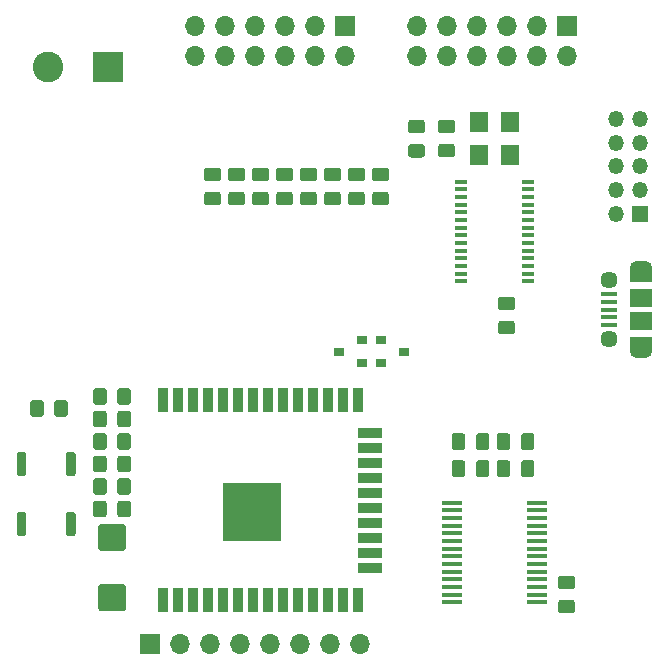
<source format=gbr>
G04 #@! TF.GenerationSoftware,KiCad,Pcbnew,5.1.5+dfsg1-2build2*
G04 #@! TF.CreationDate,2020-08-16T16:05:30+10:00*
G04 #@! TF.ProjectId,sid-board-v3,7369642d-626f-4617-9264-2d76332e6b69,rev?*
G04 #@! TF.SameCoordinates,Original*
G04 #@! TF.FileFunction,Soldermask,Top*
G04 #@! TF.FilePolarity,Negative*
%FSLAX46Y46*%
G04 Gerber Fmt 4.6, Leading zero omitted, Abs format (unit mm)*
G04 Created by KiCad (PCBNEW 5.1.5+dfsg1-2build2) date 2020-08-16 16:05:30*
%MOMM*%
%LPD*%
G04 APERTURE LIST*
%ADD10O,1.350000X1.350000*%
%ADD11R,1.350000X1.350000*%
%ADD12O,1.700000X1.700000*%
%ADD13R,1.700000X1.700000*%
%ADD14C,0.100000*%
%ADD15R,1.900000X1.200000*%
%ADD16O,1.900000X1.200000*%
%ADD17R,1.900000X1.500000*%
%ADD18C,1.450000*%
%ADD19R,1.350000X0.400000*%
%ADD20C,2.600000*%
%ADD21R,2.600000X2.600000*%
%ADD22R,0.900000X0.800000*%
%ADD23R,0.900000X2.000000*%
%ADD24R,2.000000X0.900000*%
%ADD25R,5.000000X5.000000*%
%ADD26R,1.100000X0.400000*%
%ADD27R,1.750000X0.450000*%
%ADD28R,1.540000X1.800000*%
G04 APERTURE END LIST*
D10*
X169323000Y-77090000D03*
X171323000Y-77090000D03*
X169323000Y-79090000D03*
X171323000Y-79090000D03*
X169323000Y-81090000D03*
X171323000Y-81090000D03*
X169323000Y-83090000D03*
X171323000Y-83090000D03*
X169323000Y-85090000D03*
D11*
X171323000Y-85090000D03*
D12*
X152400000Y-71755000D03*
X152400000Y-69215000D03*
X154940000Y-71755000D03*
X154940000Y-69215000D03*
X157480000Y-71755000D03*
X157480000Y-69215000D03*
X160020000Y-71755000D03*
X160020000Y-69215000D03*
X162560000Y-71755000D03*
X162560000Y-69215000D03*
X165100000Y-71755000D03*
D13*
X165100000Y-69215000D03*
D14*
G36*
X125943505Y-103695204D02*
G01*
X125967773Y-103698804D01*
X125991572Y-103704765D01*
X126014671Y-103713030D01*
X126036850Y-103723520D01*
X126057893Y-103736132D01*
X126077599Y-103750747D01*
X126095777Y-103767223D01*
X126112253Y-103785401D01*
X126126868Y-103805107D01*
X126139480Y-103826150D01*
X126149970Y-103848329D01*
X126158235Y-103871428D01*
X126164196Y-103895227D01*
X126167796Y-103919495D01*
X126169000Y-103943999D01*
X126169000Y-104844001D01*
X126167796Y-104868505D01*
X126164196Y-104892773D01*
X126158235Y-104916572D01*
X126149970Y-104939671D01*
X126139480Y-104961850D01*
X126126868Y-104982893D01*
X126112253Y-105002599D01*
X126095777Y-105020777D01*
X126077599Y-105037253D01*
X126057893Y-105051868D01*
X126036850Y-105064480D01*
X126014671Y-105074970D01*
X125991572Y-105083235D01*
X125967773Y-105089196D01*
X125943505Y-105092796D01*
X125919001Y-105094000D01*
X125268999Y-105094000D01*
X125244495Y-105092796D01*
X125220227Y-105089196D01*
X125196428Y-105083235D01*
X125173329Y-105074970D01*
X125151150Y-105064480D01*
X125130107Y-105051868D01*
X125110401Y-105037253D01*
X125092223Y-105020777D01*
X125075747Y-105002599D01*
X125061132Y-104982893D01*
X125048520Y-104961850D01*
X125038030Y-104939671D01*
X125029765Y-104916572D01*
X125023804Y-104892773D01*
X125020204Y-104868505D01*
X125019000Y-104844001D01*
X125019000Y-103943999D01*
X125020204Y-103919495D01*
X125023804Y-103895227D01*
X125029765Y-103871428D01*
X125038030Y-103848329D01*
X125048520Y-103826150D01*
X125061132Y-103805107D01*
X125075747Y-103785401D01*
X125092223Y-103767223D01*
X125110401Y-103750747D01*
X125130107Y-103736132D01*
X125151150Y-103723520D01*
X125173329Y-103713030D01*
X125196428Y-103704765D01*
X125220227Y-103698804D01*
X125244495Y-103695204D01*
X125268999Y-103694000D01*
X125919001Y-103694000D01*
X125943505Y-103695204D01*
G37*
G36*
X127993505Y-103695204D02*
G01*
X128017773Y-103698804D01*
X128041572Y-103704765D01*
X128064671Y-103713030D01*
X128086850Y-103723520D01*
X128107893Y-103736132D01*
X128127599Y-103750747D01*
X128145777Y-103767223D01*
X128162253Y-103785401D01*
X128176868Y-103805107D01*
X128189480Y-103826150D01*
X128199970Y-103848329D01*
X128208235Y-103871428D01*
X128214196Y-103895227D01*
X128217796Y-103919495D01*
X128219000Y-103943999D01*
X128219000Y-104844001D01*
X128217796Y-104868505D01*
X128214196Y-104892773D01*
X128208235Y-104916572D01*
X128199970Y-104939671D01*
X128189480Y-104961850D01*
X128176868Y-104982893D01*
X128162253Y-105002599D01*
X128145777Y-105020777D01*
X128127599Y-105037253D01*
X128107893Y-105051868D01*
X128086850Y-105064480D01*
X128064671Y-105074970D01*
X128041572Y-105083235D01*
X128017773Y-105089196D01*
X127993505Y-105092796D01*
X127969001Y-105094000D01*
X127318999Y-105094000D01*
X127294495Y-105092796D01*
X127270227Y-105089196D01*
X127246428Y-105083235D01*
X127223329Y-105074970D01*
X127201150Y-105064480D01*
X127180107Y-105051868D01*
X127160401Y-105037253D01*
X127142223Y-105020777D01*
X127125747Y-105002599D01*
X127111132Y-104982893D01*
X127098520Y-104961850D01*
X127088030Y-104939671D01*
X127079765Y-104916572D01*
X127073804Y-104892773D01*
X127070204Y-104868505D01*
X127069000Y-104844001D01*
X127069000Y-103943999D01*
X127070204Y-103919495D01*
X127073804Y-103895227D01*
X127079765Y-103871428D01*
X127088030Y-103848329D01*
X127098520Y-103826150D01*
X127111132Y-103805107D01*
X127125747Y-103785401D01*
X127142223Y-103767223D01*
X127160401Y-103750747D01*
X127180107Y-103736132D01*
X127201150Y-103723520D01*
X127223329Y-103713030D01*
X127246428Y-103704765D01*
X127270227Y-103698804D01*
X127294495Y-103695204D01*
X127318999Y-103694000D01*
X127969001Y-103694000D01*
X127993505Y-103695204D01*
G37*
D12*
X133604000Y-71755000D03*
X133604000Y-69215000D03*
X136144000Y-71755000D03*
X136144000Y-69215000D03*
X138684000Y-71755000D03*
X138684000Y-69215000D03*
X141224000Y-71755000D03*
X141224000Y-69215000D03*
X143764000Y-71755000D03*
X143764000Y-69215000D03*
X146304000Y-71755000D03*
D13*
X146304000Y-69215000D03*
D14*
G36*
X155414505Y-79191204D02*
G01*
X155438773Y-79194804D01*
X155462572Y-79200765D01*
X155485671Y-79209030D01*
X155507850Y-79219520D01*
X155528893Y-79232132D01*
X155548599Y-79246747D01*
X155566777Y-79263223D01*
X155583253Y-79281401D01*
X155597868Y-79301107D01*
X155610480Y-79322150D01*
X155620970Y-79344329D01*
X155629235Y-79367428D01*
X155635196Y-79391227D01*
X155638796Y-79415495D01*
X155640000Y-79439999D01*
X155640000Y-80090001D01*
X155638796Y-80114505D01*
X155635196Y-80138773D01*
X155629235Y-80162572D01*
X155620970Y-80185671D01*
X155610480Y-80207850D01*
X155597868Y-80228893D01*
X155583253Y-80248599D01*
X155566777Y-80266777D01*
X155548599Y-80283253D01*
X155528893Y-80297868D01*
X155507850Y-80310480D01*
X155485671Y-80320970D01*
X155462572Y-80329235D01*
X155438773Y-80335196D01*
X155414505Y-80338796D01*
X155390001Y-80340000D01*
X154489999Y-80340000D01*
X154465495Y-80338796D01*
X154441227Y-80335196D01*
X154417428Y-80329235D01*
X154394329Y-80320970D01*
X154372150Y-80310480D01*
X154351107Y-80297868D01*
X154331401Y-80283253D01*
X154313223Y-80266777D01*
X154296747Y-80248599D01*
X154282132Y-80228893D01*
X154269520Y-80207850D01*
X154259030Y-80185671D01*
X154250765Y-80162572D01*
X154244804Y-80138773D01*
X154241204Y-80114505D01*
X154240000Y-80090001D01*
X154240000Y-79439999D01*
X154241204Y-79415495D01*
X154244804Y-79391227D01*
X154250765Y-79367428D01*
X154259030Y-79344329D01*
X154269520Y-79322150D01*
X154282132Y-79301107D01*
X154296747Y-79281401D01*
X154313223Y-79263223D01*
X154331401Y-79246747D01*
X154351107Y-79232132D01*
X154372150Y-79219520D01*
X154394329Y-79209030D01*
X154417428Y-79200765D01*
X154441227Y-79194804D01*
X154465495Y-79191204D01*
X154489999Y-79190000D01*
X155390001Y-79190000D01*
X155414505Y-79191204D01*
G37*
G36*
X155414505Y-77141204D02*
G01*
X155438773Y-77144804D01*
X155462572Y-77150765D01*
X155485671Y-77159030D01*
X155507850Y-77169520D01*
X155528893Y-77182132D01*
X155548599Y-77196747D01*
X155566777Y-77213223D01*
X155583253Y-77231401D01*
X155597868Y-77251107D01*
X155610480Y-77272150D01*
X155620970Y-77294329D01*
X155629235Y-77317428D01*
X155635196Y-77341227D01*
X155638796Y-77365495D01*
X155640000Y-77389999D01*
X155640000Y-78040001D01*
X155638796Y-78064505D01*
X155635196Y-78088773D01*
X155629235Y-78112572D01*
X155620970Y-78135671D01*
X155610480Y-78157850D01*
X155597868Y-78178893D01*
X155583253Y-78198599D01*
X155566777Y-78216777D01*
X155548599Y-78233253D01*
X155528893Y-78247868D01*
X155507850Y-78260480D01*
X155485671Y-78270970D01*
X155462572Y-78279235D01*
X155438773Y-78285196D01*
X155414505Y-78288796D01*
X155390001Y-78290000D01*
X154489999Y-78290000D01*
X154465495Y-78288796D01*
X154441227Y-78285196D01*
X154417428Y-78279235D01*
X154394329Y-78270970D01*
X154372150Y-78260480D01*
X154351107Y-78247868D01*
X154331401Y-78233253D01*
X154313223Y-78216777D01*
X154296747Y-78198599D01*
X154282132Y-78178893D01*
X154269520Y-78157850D01*
X154259030Y-78135671D01*
X154250765Y-78112572D01*
X154244804Y-78088773D01*
X154241204Y-78064505D01*
X154240000Y-78040001D01*
X154240000Y-77389999D01*
X154241204Y-77365495D01*
X154244804Y-77341227D01*
X154250765Y-77317428D01*
X154259030Y-77294329D01*
X154269520Y-77272150D01*
X154282132Y-77251107D01*
X154296747Y-77231401D01*
X154313223Y-77213223D01*
X154331401Y-77196747D01*
X154351107Y-77182132D01*
X154372150Y-77169520D01*
X154394329Y-77159030D01*
X154417428Y-77150765D01*
X154441227Y-77144804D01*
X154465495Y-77141204D01*
X154489999Y-77140000D01*
X155390001Y-77140000D01*
X155414505Y-77141204D01*
G37*
G36*
X127993505Y-99885204D02*
G01*
X128017773Y-99888804D01*
X128041572Y-99894765D01*
X128064671Y-99903030D01*
X128086850Y-99913520D01*
X128107893Y-99926132D01*
X128127599Y-99940747D01*
X128145777Y-99957223D01*
X128162253Y-99975401D01*
X128176868Y-99995107D01*
X128189480Y-100016150D01*
X128199970Y-100038329D01*
X128208235Y-100061428D01*
X128214196Y-100085227D01*
X128217796Y-100109495D01*
X128219000Y-100133999D01*
X128219000Y-101034001D01*
X128217796Y-101058505D01*
X128214196Y-101082773D01*
X128208235Y-101106572D01*
X128199970Y-101129671D01*
X128189480Y-101151850D01*
X128176868Y-101172893D01*
X128162253Y-101192599D01*
X128145777Y-101210777D01*
X128127599Y-101227253D01*
X128107893Y-101241868D01*
X128086850Y-101254480D01*
X128064671Y-101264970D01*
X128041572Y-101273235D01*
X128017773Y-101279196D01*
X127993505Y-101282796D01*
X127969001Y-101284000D01*
X127318999Y-101284000D01*
X127294495Y-101282796D01*
X127270227Y-101279196D01*
X127246428Y-101273235D01*
X127223329Y-101264970D01*
X127201150Y-101254480D01*
X127180107Y-101241868D01*
X127160401Y-101227253D01*
X127142223Y-101210777D01*
X127125747Y-101192599D01*
X127111132Y-101172893D01*
X127098520Y-101151850D01*
X127088030Y-101129671D01*
X127079765Y-101106572D01*
X127073804Y-101082773D01*
X127070204Y-101058505D01*
X127069000Y-101034001D01*
X127069000Y-100133999D01*
X127070204Y-100109495D01*
X127073804Y-100085227D01*
X127079765Y-100061428D01*
X127088030Y-100038329D01*
X127098520Y-100016150D01*
X127111132Y-99995107D01*
X127125747Y-99975401D01*
X127142223Y-99957223D01*
X127160401Y-99940747D01*
X127180107Y-99926132D01*
X127201150Y-99913520D01*
X127223329Y-99903030D01*
X127246428Y-99894765D01*
X127270227Y-99888804D01*
X127294495Y-99885204D01*
X127318999Y-99884000D01*
X127969001Y-99884000D01*
X127993505Y-99885204D01*
G37*
G36*
X125943505Y-99885204D02*
G01*
X125967773Y-99888804D01*
X125991572Y-99894765D01*
X126014671Y-99903030D01*
X126036850Y-99913520D01*
X126057893Y-99926132D01*
X126077599Y-99940747D01*
X126095777Y-99957223D01*
X126112253Y-99975401D01*
X126126868Y-99995107D01*
X126139480Y-100016150D01*
X126149970Y-100038329D01*
X126158235Y-100061428D01*
X126164196Y-100085227D01*
X126167796Y-100109495D01*
X126169000Y-100133999D01*
X126169000Y-101034001D01*
X126167796Y-101058505D01*
X126164196Y-101082773D01*
X126158235Y-101106572D01*
X126149970Y-101129671D01*
X126139480Y-101151850D01*
X126126868Y-101172893D01*
X126112253Y-101192599D01*
X126095777Y-101210777D01*
X126077599Y-101227253D01*
X126057893Y-101241868D01*
X126036850Y-101254480D01*
X126014671Y-101264970D01*
X125991572Y-101273235D01*
X125967773Y-101279196D01*
X125943505Y-101282796D01*
X125919001Y-101284000D01*
X125268999Y-101284000D01*
X125244495Y-101282796D01*
X125220227Y-101279196D01*
X125196428Y-101273235D01*
X125173329Y-101264970D01*
X125151150Y-101254480D01*
X125130107Y-101241868D01*
X125110401Y-101227253D01*
X125092223Y-101210777D01*
X125075747Y-101192599D01*
X125061132Y-101172893D01*
X125048520Y-101151850D01*
X125038030Y-101129671D01*
X125029765Y-101106572D01*
X125023804Y-101082773D01*
X125020204Y-101058505D01*
X125019000Y-101034001D01*
X125019000Y-100133999D01*
X125020204Y-100109495D01*
X125023804Y-100085227D01*
X125029765Y-100061428D01*
X125038030Y-100038329D01*
X125048520Y-100016150D01*
X125061132Y-99995107D01*
X125075747Y-99975401D01*
X125092223Y-99957223D01*
X125110401Y-99940747D01*
X125130107Y-99926132D01*
X125151150Y-99913520D01*
X125173329Y-99903030D01*
X125196428Y-99894765D01*
X125220227Y-99888804D01*
X125244495Y-99885204D01*
X125268999Y-99884000D01*
X125919001Y-99884000D01*
X125943505Y-99885204D01*
G37*
G36*
X149826505Y-83255204D02*
G01*
X149850773Y-83258804D01*
X149874572Y-83264765D01*
X149897671Y-83273030D01*
X149919850Y-83283520D01*
X149940893Y-83296132D01*
X149960599Y-83310747D01*
X149978777Y-83327223D01*
X149995253Y-83345401D01*
X150009868Y-83365107D01*
X150022480Y-83386150D01*
X150032970Y-83408329D01*
X150041235Y-83431428D01*
X150047196Y-83455227D01*
X150050796Y-83479495D01*
X150052000Y-83503999D01*
X150052000Y-84154001D01*
X150050796Y-84178505D01*
X150047196Y-84202773D01*
X150041235Y-84226572D01*
X150032970Y-84249671D01*
X150022480Y-84271850D01*
X150009868Y-84292893D01*
X149995253Y-84312599D01*
X149978777Y-84330777D01*
X149960599Y-84347253D01*
X149940893Y-84361868D01*
X149919850Y-84374480D01*
X149897671Y-84384970D01*
X149874572Y-84393235D01*
X149850773Y-84399196D01*
X149826505Y-84402796D01*
X149802001Y-84404000D01*
X148901999Y-84404000D01*
X148877495Y-84402796D01*
X148853227Y-84399196D01*
X148829428Y-84393235D01*
X148806329Y-84384970D01*
X148784150Y-84374480D01*
X148763107Y-84361868D01*
X148743401Y-84347253D01*
X148725223Y-84330777D01*
X148708747Y-84312599D01*
X148694132Y-84292893D01*
X148681520Y-84271850D01*
X148671030Y-84249671D01*
X148662765Y-84226572D01*
X148656804Y-84202773D01*
X148653204Y-84178505D01*
X148652000Y-84154001D01*
X148652000Y-83503999D01*
X148653204Y-83479495D01*
X148656804Y-83455227D01*
X148662765Y-83431428D01*
X148671030Y-83408329D01*
X148681520Y-83386150D01*
X148694132Y-83365107D01*
X148708747Y-83345401D01*
X148725223Y-83327223D01*
X148743401Y-83310747D01*
X148763107Y-83296132D01*
X148784150Y-83283520D01*
X148806329Y-83273030D01*
X148829428Y-83264765D01*
X148853227Y-83258804D01*
X148877495Y-83255204D01*
X148901999Y-83254000D01*
X149802001Y-83254000D01*
X149826505Y-83255204D01*
G37*
G36*
X149826505Y-81205204D02*
G01*
X149850773Y-81208804D01*
X149874572Y-81214765D01*
X149897671Y-81223030D01*
X149919850Y-81233520D01*
X149940893Y-81246132D01*
X149960599Y-81260747D01*
X149978777Y-81277223D01*
X149995253Y-81295401D01*
X150009868Y-81315107D01*
X150022480Y-81336150D01*
X150032970Y-81358329D01*
X150041235Y-81381428D01*
X150047196Y-81405227D01*
X150050796Y-81429495D01*
X150052000Y-81453999D01*
X150052000Y-82104001D01*
X150050796Y-82128505D01*
X150047196Y-82152773D01*
X150041235Y-82176572D01*
X150032970Y-82199671D01*
X150022480Y-82221850D01*
X150009868Y-82242893D01*
X149995253Y-82262599D01*
X149978777Y-82280777D01*
X149960599Y-82297253D01*
X149940893Y-82311868D01*
X149919850Y-82324480D01*
X149897671Y-82334970D01*
X149874572Y-82343235D01*
X149850773Y-82349196D01*
X149826505Y-82352796D01*
X149802001Y-82354000D01*
X148901999Y-82354000D01*
X148877495Y-82352796D01*
X148853227Y-82349196D01*
X148829428Y-82343235D01*
X148806329Y-82334970D01*
X148784150Y-82324480D01*
X148763107Y-82311868D01*
X148743401Y-82297253D01*
X148725223Y-82280777D01*
X148708747Y-82262599D01*
X148694132Y-82242893D01*
X148681520Y-82221850D01*
X148671030Y-82199671D01*
X148662765Y-82176572D01*
X148656804Y-82152773D01*
X148653204Y-82128505D01*
X148652000Y-82104001D01*
X148652000Y-81453999D01*
X148653204Y-81429495D01*
X148656804Y-81405227D01*
X148662765Y-81381428D01*
X148671030Y-81358329D01*
X148681520Y-81336150D01*
X148694132Y-81315107D01*
X148708747Y-81295401D01*
X148725223Y-81277223D01*
X148743401Y-81260747D01*
X148763107Y-81246132D01*
X148784150Y-81233520D01*
X148806329Y-81223030D01*
X148829428Y-81214765D01*
X148853227Y-81208804D01*
X148877495Y-81205204D01*
X148901999Y-81204000D01*
X149802001Y-81204000D01*
X149826505Y-81205204D01*
G37*
G36*
X120609505Y-100901204D02*
G01*
X120633773Y-100904804D01*
X120657572Y-100910765D01*
X120680671Y-100919030D01*
X120702850Y-100929520D01*
X120723893Y-100942132D01*
X120743599Y-100956747D01*
X120761777Y-100973223D01*
X120778253Y-100991401D01*
X120792868Y-101011107D01*
X120805480Y-101032150D01*
X120815970Y-101054329D01*
X120824235Y-101077428D01*
X120830196Y-101101227D01*
X120833796Y-101125495D01*
X120835000Y-101149999D01*
X120835000Y-102050001D01*
X120833796Y-102074505D01*
X120830196Y-102098773D01*
X120824235Y-102122572D01*
X120815970Y-102145671D01*
X120805480Y-102167850D01*
X120792868Y-102188893D01*
X120778253Y-102208599D01*
X120761777Y-102226777D01*
X120743599Y-102243253D01*
X120723893Y-102257868D01*
X120702850Y-102270480D01*
X120680671Y-102280970D01*
X120657572Y-102289235D01*
X120633773Y-102295196D01*
X120609505Y-102298796D01*
X120585001Y-102300000D01*
X119934999Y-102300000D01*
X119910495Y-102298796D01*
X119886227Y-102295196D01*
X119862428Y-102289235D01*
X119839329Y-102280970D01*
X119817150Y-102270480D01*
X119796107Y-102257868D01*
X119776401Y-102243253D01*
X119758223Y-102226777D01*
X119741747Y-102208599D01*
X119727132Y-102188893D01*
X119714520Y-102167850D01*
X119704030Y-102145671D01*
X119695765Y-102122572D01*
X119689804Y-102098773D01*
X119686204Y-102074505D01*
X119685000Y-102050001D01*
X119685000Y-101149999D01*
X119686204Y-101125495D01*
X119689804Y-101101227D01*
X119695765Y-101077428D01*
X119704030Y-101054329D01*
X119714520Y-101032150D01*
X119727132Y-101011107D01*
X119741747Y-100991401D01*
X119758223Y-100973223D01*
X119776401Y-100956747D01*
X119796107Y-100942132D01*
X119817150Y-100929520D01*
X119839329Y-100919030D01*
X119862428Y-100910765D01*
X119886227Y-100904804D01*
X119910495Y-100901204D01*
X119934999Y-100900000D01*
X120585001Y-100900000D01*
X120609505Y-100901204D01*
G37*
G36*
X122659505Y-100901204D02*
G01*
X122683773Y-100904804D01*
X122707572Y-100910765D01*
X122730671Y-100919030D01*
X122752850Y-100929520D01*
X122773893Y-100942132D01*
X122793599Y-100956747D01*
X122811777Y-100973223D01*
X122828253Y-100991401D01*
X122842868Y-101011107D01*
X122855480Y-101032150D01*
X122865970Y-101054329D01*
X122874235Y-101077428D01*
X122880196Y-101101227D01*
X122883796Y-101125495D01*
X122885000Y-101149999D01*
X122885000Y-102050001D01*
X122883796Y-102074505D01*
X122880196Y-102098773D01*
X122874235Y-102122572D01*
X122865970Y-102145671D01*
X122855480Y-102167850D01*
X122842868Y-102188893D01*
X122828253Y-102208599D01*
X122811777Y-102226777D01*
X122793599Y-102243253D01*
X122773893Y-102257868D01*
X122752850Y-102270480D01*
X122730671Y-102280970D01*
X122707572Y-102289235D01*
X122683773Y-102295196D01*
X122659505Y-102298796D01*
X122635001Y-102300000D01*
X121984999Y-102300000D01*
X121960495Y-102298796D01*
X121936227Y-102295196D01*
X121912428Y-102289235D01*
X121889329Y-102280970D01*
X121867150Y-102270480D01*
X121846107Y-102257868D01*
X121826401Y-102243253D01*
X121808223Y-102226777D01*
X121791747Y-102208599D01*
X121777132Y-102188893D01*
X121764520Y-102167850D01*
X121754030Y-102145671D01*
X121745765Y-102122572D01*
X121739804Y-102098773D01*
X121736204Y-102074505D01*
X121735000Y-102050001D01*
X121735000Y-101149999D01*
X121736204Y-101125495D01*
X121739804Y-101101227D01*
X121745765Y-101077428D01*
X121754030Y-101054329D01*
X121764520Y-101032150D01*
X121777132Y-101011107D01*
X121791747Y-100991401D01*
X121808223Y-100973223D01*
X121826401Y-100956747D01*
X121846107Y-100942132D01*
X121867150Y-100929520D01*
X121889329Y-100919030D01*
X121912428Y-100910765D01*
X121936227Y-100904804D01*
X121960495Y-100901204D01*
X121984999Y-100900000D01*
X122635001Y-100900000D01*
X122659505Y-100901204D01*
G37*
G36*
X135602505Y-83255204D02*
G01*
X135626773Y-83258804D01*
X135650572Y-83264765D01*
X135673671Y-83273030D01*
X135695850Y-83283520D01*
X135716893Y-83296132D01*
X135736599Y-83310747D01*
X135754777Y-83327223D01*
X135771253Y-83345401D01*
X135785868Y-83365107D01*
X135798480Y-83386150D01*
X135808970Y-83408329D01*
X135817235Y-83431428D01*
X135823196Y-83455227D01*
X135826796Y-83479495D01*
X135828000Y-83503999D01*
X135828000Y-84154001D01*
X135826796Y-84178505D01*
X135823196Y-84202773D01*
X135817235Y-84226572D01*
X135808970Y-84249671D01*
X135798480Y-84271850D01*
X135785868Y-84292893D01*
X135771253Y-84312599D01*
X135754777Y-84330777D01*
X135736599Y-84347253D01*
X135716893Y-84361868D01*
X135695850Y-84374480D01*
X135673671Y-84384970D01*
X135650572Y-84393235D01*
X135626773Y-84399196D01*
X135602505Y-84402796D01*
X135578001Y-84404000D01*
X134677999Y-84404000D01*
X134653495Y-84402796D01*
X134629227Y-84399196D01*
X134605428Y-84393235D01*
X134582329Y-84384970D01*
X134560150Y-84374480D01*
X134539107Y-84361868D01*
X134519401Y-84347253D01*
X134501223Y-84330777D01*
X134484747Y-84312599D01*
X134470132Y-84292893D01*
X134457520Y-84271850D01*
X134447030Y-84249671D01*
X134438765Y-84226572D01*
X134432804Y-84202773D01*
X134429204Y-84178505D01*
X134428000Y-84154001D01*
X134428000Y-83503999D01*
X134429204Y-83479495D01*
X134432804Y-83455227D01*
X134438765Y-83431428D01*
X134447030Y-83408329D01*
X134457520Y-83386150D01*
X134470132Y-83365107D01*
X134484747Y-83345401D01*
X134501223Y-83327223D01*
X134519401Y-83310747D01*
X134539107Y-83296132D01*
X134560150Y-83283520D01*
X134582329Y-83273030D01*
X134605428Y-83264765D01*
X134629227Y-83258804D01*
X134653495Y-83255204D01*
X134677999Y-83254000D01*
X135578001Y-83254000D01*
X135602505Y-83255204D01*
G37*
G36*
X135602505Y-81205204D02*
G01*
X135626773Y-81208804D01*
X135650572Y-81214765D01*
X135673671Y-81223030D01*
X135695850Y-81233520D01*
X135716893Y-81246132D01*
X135736599Y-81260747D01*
X135754777Y-81277223D01*
X135771253Y-81295401D01*
X135785868Y-81315107D01*
X135798480Y-81336150D01*
X135808970Y-81358329D01*
X135817235Y-81381428D01*
X135823196Y-81405227D01*
X135826796Y-81429495D01*
X135828000Y-81453999D01*
X135828000Y-82104001D01*
X135826796Y-82128505D01*
X135823196Y-82152773D01*
X135817235Y-82176572D01*
X135808970Y-82199671D01*
X135798480Y-82221850D01*
X135785868Y-82242893D01*
X135771253Y-82262599D01*
X135754777Y-82280777D01*
X135736599Y-82297253D01*
X135716893Y-82311868D01*
X135695850Y-82324480D01*
X135673671Y-82334970D01*
X135650572Y-82343235D01*
X135626773Y-82349196D01*
X135602505Y-82352796D01*
X135578001Y-82354000D01*
X134677999Y-82354000D01*
X134653495Y-82352796D01*
X134629227Y-82349196D01*
X134605428Y-82343235D01*
X134582329Y-82334970D01*
X134560150Y-82324480D01*
X134539107Y-82311868D01*
X134519401Y-82297253D01*
X134501223Y-82280777D01*
X134484747Y-82262599D01*
X134470132Y-82242893D01*
X134457520Y-82221850D01*
X134447030Y-82199671D01*
X134438765Y-82176572D01*
X134432804Y-82152773D01*
X134429204Y-82128505D01*
X134428000Y-82104001D01*
X134428000Y-81453999D01*
X134429204Y-81429495D01*
X134432804Y-81405227D01*
X134438765Y-81381428D01*
X134447030Y-81358329D01*
X134457520Y-81336150D01*
X134470132Y-81315107D01*
X134484747Y-81295401D01*
X134501223Y-81277223D01*
X134519401Y-81260747D01*
X134539107Y-81246132D01*
X134560150Y-81233520D01*
X134582329Y-81223030D01*
X134605428Y-81214765D01*
X134629227Y-81208804D01*
X134653495Y-81205204D01*
X134677999Y-81204000D01*
X135578001Y-81204000D01*
X135602505Y-81205204D01*
G37*
D15*
X171417500Y-96118000D03*
X171417500Y-90318000D03*
D16*
X171417500Y-89718000D03*
X171417500Y-96718000D03*
D17*
X171417500Y-94218000D03*
D18*
X168717500Y-90718000D03*
D19*
X168717500Y-93218000D03*
X168717500Y-92568000D03*
X168717500Y-91918000D03*
X168717500Y-94518000D03*
X168717500Y-93868000D03*
D18*
X168717500Y-95718000D03*
D17*
X171417500Y-92218000D03*
D14*
G36*
X137634505Y-81205204D02*
G01*
X137658773Y-81208804D01*
X137682572Y-81214765D01*
X137705671Y-81223030D01*
X137727850Y-81233520D01*
X137748893Y-81246132D01*
X137768599Y-81260747D01*
X137786777Y-81277223D01*
X137803253Y-81295401D01*
X137817868Y-81315107D01*
X137830480Y-81336150D01*
X137840970Y-81358329D01*
X137849235Y-81381428D01*
X137855196Y-81405227D01*
X137858796Y-81429495D01*
X137860000Y-81453999D01*
X137860000Y-82104001D01*
X137858796Y-82128505D01*
X137855196Y-82152773D01*
X137849235Y-82176572D01*
X137840970Y-82199671D01*
X137830480Y-82221850D01*
X137817868Y-82242893D01*
X137803253Y-82262599D01*
X137786777Y-82280777D01*
X137768599Y-82297253D01*
X137748893Y-82311868D01*
X137727850Y-82324480D01*
X137705671Y-82334970D01*
X137682572Y-82343235D01*
X137658773Y-82349196D01*
X137634505Y-82352796D01*
X137610001Y-82354000D01*
X136709999Y-82354000D01*
X136685495Y-82352796D01*
X136661227Y-82349196D01*
X136637428Y-82343235D01*
X136614329Y-82334970D01*
X136592150Y-82324480D01*
X136571107Y-82311868D01*
X136551401Y-82297253D01*
X136533223Y-82280777D01*
X136516747Y-82262599D01*
X136502132Y-82242893D01*
X136489520Y-82221850D01*
X136479030Y-82199671D01*
X136470765Y-82176572D01*
X136464804Y-82152773D01*
X136461204Y-82128505D01*
X136460000Y-82104001D01*
X136460000Y-81453999D01*
X136461204Y-81429495D01*
X136464804Y-81405227D01*
X136470765Y-81381428D01*
X136479030Y-81358329D01*
X136489520Y-81336150D01*
X136502132Y-81315107D01*
X136516747Y-81295401D01*
X136533223Y-81277223D01*
X136551401Y-81260747D01*
X136571107Y-81246132D01*
X136592150Y-81233520D01*
X136614329Y-81223030D01*
X136637428Y-81214765D01*
X136661227Y-81208804D01*
X136685495Y-81205204D01*
X136709999Y-81204000D01*
X137610001Y-81204000D01*
X137634505Y-81205204D01*
G37*
G36*
X137634505Y-83255204D02*
G01*
X137658773Y-83258804D01*
X137682572Y-83264765D01*
X137705671Y-83273030D01*
X137727850Y-83283520D01*
X137748893Y-83296132D01*
X137768599Y-83310747D01*
X137786777Y-83327223D01*
X137803253Y-83345401D01*
X137817868Y-83365107D01*
X137830480Y-83386150D01*
X137840970Y-83408329D01*
X137849235Y-83431428D01*
X137855196Y-83455227D01*
X137858796Y-83479495D01*
X137860000Y-83503999D01*
X137860000Y-84154001D01*
X137858796Y-84178505D01*
X137855196Y-84202773D01*
X137849235Y-84226572D01*
X137840970Y-84249671D01*
X137830480Y-84271850D01*
X137817868Y-84292893D01*
X137803253Y-84312599D01*
X137786777Y-84330777D01*
X137768599Y-84347253D01*
X137748893Y-84361868D01*
X137727850Y-84374480D01*
X137705671Y-84384970D01*
X137682572Y-84393235D01*
X137658773Y-84399196D01*
X137634505Y-84402796D01*
X137610001Y-84404000D01*
X136709999Y-84404000D01*
X136685495Y-84402796D01*
X136661227Y-84399196D01*
X136637428Y-84393235D01*
X136614329Y-84384970D01*
X136592150Y-84374480D01*
X136571107Y-84361868D01*
X136551401Y-84347253D01*
X136533223Y-84330777D01*
X136516747Y-84312599D01*
X136502132Y-84292893D01*
X136489520Y-84271850D01*
X136479030Y-84249671D01*
X136470765Y-84226572D01*
X136464804Y-84202773D01*
X136461204Y-84178505D01*
X136460000Y-84154001D01*
X136460000Y-83503999D01*
X136461204Y-83479495D01*
X136464804Y-83455227D01*
X136470765Y-83431428D01*
X136479030Y-83408329D01*
X136489520Y-83386150D01*
X136502132Y-83365107D01*
X136516747Y-83345401D01*
X136533223Y-83327223D01*
X136551401Y-83310747D01*
X136571107Y-83296132D01*
X136592150Y-83283520D01*
X136614329Y-83273030D01*
X136637428Y-83264765D01*
X136661227Y-83258804D01*
X136685495Y-83255204D01*
X136709999Y-83254000D01*
X137610001Y-83254000D01*
X137634505Y-83255204D01*
G37*
D20*
X121158000Y-72644000D03*
D21*
X126238000Y-72644000D03*
D22*
X151368000Y-96774000D03*
X149368000Y-97724000D03*
X149368000Y-95824000D03*
X147812000Y-97724000D03*
X147812000Y-95824000D03*
X145812000Y-96774000D03*
D14*
G36*
X127993505Y-107505204D02*
G01*
X128017773Y-107508804D01*
X128041572Y-107514765D01*
X128064671Y-107523030D01*
X128086850Y-107533520D01*
X128107893Y-107546132D01*
X128127599Y-107560747D01*
X128145777Y-107577223D01*
X128162253Y-107595401D01*
X128176868Y-107615107D01*
X128189480Y-107636150D01*
X128199970Y-107658329D01*
X128208235Y-107681428D01*
X128214196Y-107705227D01*
X128217796Y-107729495D01*
X128219000Y-107753999D01*
X128219000Y-108654001D01*
X128217796Y-108678505D01*
X128214196Y-108702773D01*
X128208235Y-108726572D01*
X128199970Y-108749671D01*
X128189480Y-108771850D01*
X128176868Y-108792893D01*
X128162253Y-108812599D01*
X128145777Y-108830777D01*
X128127599Y-108847253D01*
X128107893Y-108861868D01*
X128086850Y-108874480D01*
X128064671Y-108884970D01*
X128041572Y-108893235D01*
X128017773Y-108899196D01*
X127993505Y-108902796D01*
X127969001Y-108904000D01*
X127318999Y-108904000D01*
X127294495Y-108902796D01*
X127270227Y-108899196D01*
X127246428Y-108893235D01*
X127223329Y-108884970D01*
X127201150Y-108874480D01*
X127180107Y-108861868D01*
X127160401Y-108847253D01*
X127142223Y-108830777D01*
X127125747Y-108812599D01*
X127111132Y-108792893D01*
X127098520Y-108771850D01*
X127088030Y-108749671D01*
X127079765Y-108726572D01*
X127073804Y-108702773D01*
X127070204Y-108678505D01*
X127069000Y-108654001D01*
X127069000Y-107753999D01*
X127070204Y-107729495D01*
X127073804Y-107705227D01*
X127079765Y-107681428D01*
X127088030Y-107658329D01*
X127098520Y-107636150D01*
X127111132Y-107615107D01*
X127125747Y-107595401D01*
X127142223Y-107577223D01*
X127160401Y-107560747D01*
X127180107Y-107546132D01*
X127201150Y-107533520D01*
X127223329Y-107523030D01*
X127246428Y-107514765D01*
X127270227Y-107508804D01*
X127294495Y-107505204D01*
X127318999Y-107504000D01*
X127969001Y-107504000D01*
X127993505Y-107505204D01*
G37*
G36*
X125943505Y-107505204D02*
G01*
X125967773Y-107508804D01*
X125991572Y-107514765D01*
X126014671Y-107523030D01*
X126036850Y-107533520D01*
X126057893Y-107546132D01*
X126077599Y-107560747D01*
X126095777Y-107577223D01*
X126112253Y-107595401D01*
X126126868Y-107615107D01*
X126139480Y-107636150D01*
X126149970Y-107658329D01*
X126158235Y-107681428D01*
X126164196Y-107705227D01*
X126167796Y-107729495D01*
X126169000Y-107753999D01*
X126169000Y-108654001D01*
X126167796Y-108678505D01*
X126164196Y-108702773D01*
X126158235Y-108726572D01*
X126149970Y-108749671D01*
X126139480Y-108771850D01*
X126126868Y-108792893D01*
X126112253Y-108812599D01*
X126095777Y-108830777D01*
X126077599Y-108847253D01*
X126057893Y-108861868D01*
X126036850Y-108874480D01*
X126014671Y-108884970D01*
X125991572Y-108893235D01*
X125967773Y-108899196D01*
X125943505Y-108902796D01*
X125919001Y-108904000D01*
X125268999Y-108904000D01*
X125244495Y-108902796D01*
X125220227Y-108899196D01*
X125196428Y-108893235D01*
X125173329Y-108884970D01*
X125151150Y-108874480D01*
X125130107Y-108861868D01*
X125110401Y-108847253D01*
X125092223Y-108830777D01*
X125075747Y-108812599D01*
X125061132Y-108792893D01*
X125048520Y-108771850D01*
X125038030Y-108749671D01*
X125029765Y-108726572D01*
X125023804Y-108702773D01*
X125020204Y-108678505D01*
X125019000Y-108654001D01*
X125019000Y-107753999D01*
X125020204Y-107729495D01*
X125023804Y-107705227D01*
X125029765Y-107681428D01*
X125038030Y-107658329D01*
X125048520Y-107636150D01*
X125061132Y-107615107D01*
X125075747Y-107595401D01*
X125092223Y-107577223D01*
X125110401Y-107560747D01*
X125130107Y-107546132D01*
X125151150Y-107533520D01*
X125173329Y-107523030D01*
X125196428Y-107514765D01*
X125220227Y-107508804D01*
X125244495Y-107505204D01*
X125268999Y-107504000D01*
X125919001Y-107504000D01*
X125943505Y-107505204D01*
G37*
G36*
X156296505Y-103695204D02*
G01*
X156320773Y-103698804D01*
X156344572Y-103704765D01*
X156367671Y-103713030D01*
X156389850Y-103723520D01*
X156410893Y-103736132D01*
X156430599Y-103750747D01*
X156448777Y-103767223D01*
X156465253Y-103785401D01*
X156479868Y-103805107D01*
X156492480Y-103826150D01*
X156502970Y-103848329D01*
X156511235Y-103871428D01*
X156517196Y-103895227D01*
X156520796Y-103919495D01*
X156522000Y-103943999D01*
X156522000Y-104844001D01*
X156520796Y-104868505D01*
X156517196Y-104892773D01*
X156511235Y-104916572D01*
X156502970Y-104939671D01*
X156492480Y-104961850D01*
X156479868Y-104982893D01*
X156465253Y-105002599D01*
X156448777Y-105020777D01*
X156430599Y-105037253D01*
X156410893Y-105051868D01*
X156389850Y-105064480D01*
X156367671Y-105074970D01*
X156344572Y-105083235D01*
X156320773Y-105089196D01*
X156296505Y-105092796D01*
X156272001Y-105094000D01*
X155621999Y-105094000D01*
X155597495Y-105092796D01*
X155573227Y-105089196D01*
X155549428Y-105083235D01*
X155526329Y-105074970D01*
X155504150Y-105064480D01*
X155483107Y-105051868D01*
X155463401Y-105037253D01*
X155445223Y-105020777D01*
X155428747Y-105002599D01*
X155414132Y-104982893D01*
X155401520Y-104961850D01*
X155391030Y-104939671D01*
X155382765Y-104916572D01*
X155376804Y-104892773D01*
X155373204Y-104868505D01*
X155372000Y-104844001D01*
X155372000Y-103943999D01*
X155373204Y-103919495D01*
X155376804Y-103895227D01*
X155382765Y-103871428D01*
X155391030Y-103848329D01*
X155401520Y-103826150D01*
X155414132Y-103805107D01*
X155428747Y-103785401D01*
X155445223Y-103767223D01*
X155463401Y-103750747D01*
X155483107Y-103736132D01*
X155504150Y-103723520D01*
X155526329Y-103713030D01*
X155549428Y-103704765D01*
X155573227Y-103698804D01*
X155597495Y-103695204D01*
X155621999Y-103694000D01*
X156272001Y-103694000D01*
X156296505Y-103695204D01*
G37*
G36*
X158346505Y-103695204D02*
G01*
X158370773Y-103698804D01*
X158394572Y-103704765D01*
X158417671Y-103713030D01*
X158439850Y-103723520D01*
X158460893Y-103736132D01*
X158480599Y-103750747D01*
X158498777Y-103767223D01*
X158515253Y-103785401D01*
X158529868Y-103805107D01*
X158542480Y-103826150D01*
X158552970Y-103848329D01*
X158561235Y-103871428D01*
X158567196Y-103895227D01*
X158570796Y-103919495D01*
X158572000Y-103943999D01*
X158572000Y-104844001D01*
X158570796Y-104868505D01*
X158567196Y-104892773D01*
X158561235Y-104916572D01*
X158552970Y-104939671D01*
X158542480Y-104961850D01*
X158529868Y-104982893D01*
X158515253Y-105002599D01*
X158498777Y-105020777D01*
X158480599Y-105037253D01*
X158460893Y-105051868D01*
X158439850Y-105064480D01*
X158417671Y-105074970D01*
X158394572Y-105083235D01*
X158370773Y-105089196D01*
X158346505Y-105092796D01*
X158322001Y-105094000D01*
X157671999Y-105094000D01*
X157647495Y-105092796D01*
X157623227Y-105089196D01*
X157599428Y-105083235D01*
X157576329Y-105074970D01*
X157554150Y-105064480D01*
X157533107Y-105051868D01*
X157513401Y-105037253D01*
X157495223Y-105020777D01*
X157478747Y-105002599D01*
X157464132Y-104982893D01*
X157451520Y-104961850D01*
X157441030Y-104939671D01*
X157432765Y-104916572D01*
X157426804Y-104892773D01*
X157423204Y-104868505D01*
X157422000Y-104844001D01*
X157422000Y-103943999D01*
X157423204Y-103919495D01*
X157426804Y-103895227D01*
X157432765Y-103871428D01*
X157441030Y-103848329D01*
X157451520Y-103826150D01*
X157464132Y-103805107D01*
X157478747Y-103785401D01*
X157495223Y-103767223D01*
X157513401Y-103750747D01*
X157533107Y-103736132D01*
X157554150Y-103723520D01*
X157576329Y-103713030D01*
X157599428Y-103704765D01*
X157623227Y-103698804D01*
X157647495Y-103695204D01*
X157671999Y-103694000D01*
X158322001Y-103694000D01*
X158346505Y-103695204D01*
G37*
G36*
X156296505Y-105981204D02*
G01*
X156320773Y-105984804D01*
X156344572Y-105990765D01*
X156367671Y-105999030D01*
X156389850Y-106009520D01*
X156410893Y-106022132D01*
X156430599Y-106036747D01*
X156448777Y-106053223D01*
X156465253Y-106071401D01*
X156479868Y-106091107D01*
X156492480Y-106112150D01*
X156502970Y-106134329D01*
X156511235Y-106157428D01*
X156517196Y-106181227D01*
X156520796Y-106205495D01*
X156522000Y-106229999D01*
X156522000Y-107130001D01*
X156520796Y-107154505D01*
X156517196Y-107178773D01*
X156511235Y-107202572D01*
X156502970Y-107225671D01*
X156492480Y-107247850D01*
X156479868Y-107268893D01*
X156465253Y-107288599D01*
X156448777Y-107306777D01*
X156430599Y-107323253D01*
X156410893Y-107337868D01*
X156389850Y-107350480D01*
X156367671Y-107360970D01*
X156344572Y-107369235D01*
X156320773Y-107375196D01*
X156296505Y-107378796D01*
X156272001Y-107380000D01*
X155621999Y-107380000D01*
X155597495Y-107378796D01*
X155573227Y-107375196D01*
X155549428Y-107369235D01*
X155526329Y-107360970D01*
X155504150Y-107350480D01*
X155483107Y-107337868D01*
X155463401Y-107323253D01*
X155445223Y-107306777D01*
X155428747Y-107288599D01*
X155414132Y-107268893D01*
X155401520Y-107247850D01*
X155391030Y-107225671D01*
X155382765Y-107202572D01*
X155376804Y-107178773D01*
X155373204Y-107154505D01*
X155372000Y-107130001D01*
X155372000Y-106229999D01*
X155373204Y-106205495D01*
X155376804Y-106181227D01*
X155382765Y-106157428D01*
X155391030Y-106134329D01*
X155401520Y-106112150D01*
X155414132Y-106091107D01*
X155428747Y-106071401D01*
X155445223Y-106053223D01*
X155463401Y-106036747D01*
X155483107Y-106022132D01*
X155504150Y-106009520D01*
X155526329Y-105999030D01*
X155549428Y-105990765D01*
X155573227Y-105984804D01*
X155597495Y-105981204D01*
X155621999Y-105980000D01*
X156272001Y-105980000D01*
X156296505Y-105981204D01*
G37*
G36*
X158346505Y-105981204D02*
G01*
X158370773Y-105984804D01*
X158394572Y-105990765D01*
X158417671Y-105999030D01*
X158439850Y-106009520D01*
X158460893Y-106022132D01*
X158480599Y-106036747D01*
X158498777Y-106053223D01*
X158515253Y-106071401D01*
X158529868Y-106091107D01*
X158542480Y-106112150D01*
X158552970Y-106134329D01*
X158561235Y-106157428D01*
X158567196Y-106181227D01*
X158570796Y-106205495D01*
X158572000Y-106229999D01*
X158572000Y-107130001D01*
X158570796Y-107154505D01*
X158567196Y-107178773D01*
X158561235Y-107202572D01*
X158552970Y-107225671D01*
X158542480Y-107247850D01*
X158529868Y-107268893D01*
X158515253Y-107288599D01*
X158498777Y-107306777D01*
X158480599Y-107323253D01*
X158460893Y-107337868D01*
X158439850Y-107350480D01*
X158417671Y-107360970D01*
X158394572Y-107369235D01*
X158370773Y-107375196D01*
X158346505Y-107378796D01*
X158322001Y-107380000D01*
X157671999Y-107380000D01*
X157647495Y-107378796D01*
X157623227Y-107375196D01*
X157599428Y-107369235D01*
X157576329Y-107360970D01*
X157554150Y-107350480D01*
X157533107Y-107337868D01*
X157513401Y-107323253D01*
X157495223Y-107306777D01*
X157478747Y-107288599D01*
X157464132Y-107268893D01*
X157451520Y-107247850D01*
X157441030Y-107225671D01*
X157432765Y-107202572D01*
X157426804Y-107178773D01*
X157423204Y-107154505D01*
X157422000Y-107130001D01*
X157422000Y-106229999D01*
X157423204Y-106205495D01*
X157426804Y-106181227D01*
X157432765Y-106157428D01*
X157441030Y-106134329D01*
X157451520Y-106112150D01*
X157464132Y-106091107D01*
X157478747Y-106071401D01*
X157495223Y-106053223D01*
X157513401Y-106036747D01*
X157533107Y-106022132D01*
X157554150Y-106009520D01*
X157576329Y-105999030D01*
X157599428Y-105990765D01*
X157623227Y-105984804D01*
X157647495Y-105981204D01*
X157671999Y-105980000D01*
X158322001Y-105980000D01*
X158346505Y-105981204D01*
G37*
G36*
X127993505Y-101790204D02*
G01*
X128017773Y-101793804D01*
X128041572Y-101799765D01*
X128064671Y-101808030D01*
X128086850Y-101818520D01*
X128107893Y-101831132D01*
X128127599Y-101845747D01*
X128145777Y-101862223D01*
X128162253Y-101880401D01*
X128176868Y-101900107D01*
X128189480Y-101921150D01*
X128199970Y-101943329D01*
X128208235Y-101966428D01*
X128214196Y-101990227D01*
X128217796Y-102014495D01*
X128219000Y-102038999D01*
X128219000Y-102939001D01*
X128217796Y-102963505D01*
X128214196Y-102987773D01*
X128208235Y-103011572D01*
X128199970Y-103034671D01*
X128189480Y-103056850D01*
X128176868Y-103077893D01*
X128162253Y-103097599D01*
X128145777Y-103115777D01*
X128127599Y-103132253D01*
X128107893Y-103146868D01*
X128086850Y-103159480D01*
X128064671Y-103169970D01*
X128041572Y-103178235D01*
X128017773Y-103184196D01*
X127993505Y-103187796D01*
X127969001Y-103189000D01*
X127318999Y-103189000D01*
X127294495Y-103187796D01*
X127270227Y-103184196D01*
X127246428Y-103178235D01*
X127223329Y-103169970D01*
X127201150Y-103159480D01*
X127180107Y-103146868D01*
X127160401Y-103132253D01*
X127142223Y-103115777D01*
X127125747Y-103097599D01*
X127111132Y-103077893D01*
X127098520Y-103056850D01*
X127088030Y-103034671D01*
X127079765Y-103011572D01*
X127073804Y-102987773D01*
X127070204Y-102963505D01*
X127069000Y-102939001D01*
X127069000Y-102038999D01*
X127070204Y-102014495D01*
X127073804Y-101990227D01*
X127079765Y-101966428D01*
X127088030Y-101943329D01*
X127098520Y-101921150D01*
X127111132Y-101900107D01*
X127125747Y-101880401D01*
X127142223Y-101862223D01*
X127160401Y-101845747D01*
X127180107Y-101831132D01*
X127201150Y-101818520D01*
X127223329Y-101808030D01*
X127246428Y-101799765D01*
X127270227Y-101793804D01*
X127294495Y-101790204D01*
X127318999Y-101789000D01*
X127969001Y-101789000D01*
X127993505Y-101790204D01*
G37*
G36*
X125943505Y-101790204D02*
G01*
X125967773Y-101793804D01*
X125991572Y-101799765D01*
X126014671Y-101808030D01*
X126036850Y-101818520D01*
X126057893Y-101831132D01*
X126077599Y-101845747D01*
X126095777Y-101862223D01*
X126112253Y-101880401D01*
X126126868Y-101900107D01*
X126139480Y-101921150D01*
X126149970Y-101943329D01*
X126158235Y-101966428D01*
X126164196Y-101990227D01*
X126167796Y-102014495D01*
X126169000Y-102038999D01*
X126169000Y-102939001D01*
X126167796Y-102963505D01*
X126164196Y-102987773D01*
X126158235Y-103011572D01*
X126149970Y-103034671D01*
X126139480Y-103056850D01*
X126126868Y-103077893D01*
X126112253Y-103097599D01*
X126095777Y-103115777D01*
X126077599Y-103132253D01*
X126057893Y-103146868D01*
X126036850Y-103159480D01*
X126014671Y-103169970D01*
X125991572Y-103178235D01*
X125967773Y-103184196D01*
X125943505Y-103187796D01*
X125919001Y-103189000D01*
X125268999Y-103189000D01*
X125244495Y-103187796D01*
X125220227Y-103184196D01*
X125196428Y-103178235D01*
X125173329Y-103169970D01*
X125151150Y-103159480D01*
X125130107Y-103146868D01*
X125110401Y-103132253D01*
X125092223Y-103115777D01*
X125075747Y-103097599D01*
X125061132Y-103077893D01*
X125048520Y-103056850D01*
X125038030Y-103034671D01*
X125029765Y-103011572D01*
X125023804Y-102987773D01*
X125020204Y-102963505D01*
X125019000Y-102939001D01*
X125019000Y-102038999D01*
X125020204Y-102014495D01*
X125023804Y-101990227D01*
X125029765Y-101966428D01*
X125038030Y-101943329D01*
X125048520Y-101921150D01*
X125061132Y-101900107D01*
X125075747Y-101880401D01*
X125092223Y-101862223D01*
X125110401Y-101845747D01*
X125130107Y-101831132D01*
X125151150Y-101818520D01*
X125173329Y-101808030D01*
X125196428Y-101799765D01*
X125220227Y-101793804D01*
X125244495Y-101790204D01*
X125268999Y-101789000D01*
X125919001Y-101789000D01*
X125943505Y-101790204D01*
G37*
D23*
X130937000Y-100847000D03*
X132207000Y-100847000D03*
X133477000Y-100847000D03*
X134747000Y-100847000D03*
X136017000Y-100847000D03*
X137287000Y-100847000D03*
X138557000Y-100847000D03*
X139827000Y-100847000D03*
X141097000Y-100847000D03*
X142367000Y-100847000D03*
X143637000Y-100847000D03*
X144907000Y-100847000D03*
X146177000Y-100847000D03*
X147447000Y-100847000D03*
D24*
X148447000Y-103632000D03*
X148447000Y-104902000D03*
X148447000Y-106172000D03*
X148447000Y-107442000D03*
X148447000Y-108712000D03*
X148447000Y-109982000D03*
X148447000Y-111252000D03*
X148447000Y-112522000D03*
X148447000Y-113792000D03*
X148447000Y-115062000D03*
D23*
X147447000Y-117847000D03*
X146177000Y-117847000D03*
X144907000Y-117847000D03*
X143637000Y-117847000D03*
X142367000Y-117847000D03*
X141097000Y-117847000D03*
X139827000Y-117847000D03*
X138557000Y-117847000D03*
X137287000Y-117847000D03*
X136017000Y-117847000D03*
X134747000Y-117847000D03*
X133477000Y-117847000D03*
X132207000Y-117847000D03*
X130937000Y-117847000D03*
D25*
X138437000Y-110347000D03*
D14*
G36*
X162156505Y-103695204D02*
G01*
X162180773Y-103698804D01*
X162204572Y-103704765D01*
X162227671Y-103713030D01*
X162249850Y-103723520D01*
X162270893Y-103736132D01*
X162290599Y-103750747D01*
X162308777Y-103767223D01*
X162325253Y-103785401D01*
X162339868Y-103805107D01*
X162352480Y-103826150D01*
X162362970Y-103848329D01*
X162371235Y-103871428D01*
X162377196Y-103895227D01*
X162380796Y-103919495D01*
X162382000Y-103943999D01*
X162382000Y-104844001D01*
X162380796Y-104868505D01*
X162377196Y-104892773D01*
X162371235Y-104916572D01*
X162362970Y-104939671D01*
X162352480Y-104961850D01*
X162339868Y-104982893D01*
X162325253Y-105002599D01*
X162308777Y-105020777D01*
X162290599Y-105037253D01*
X162270893Y-105051868D01*
X162249850Y-105064480D01*
X162227671Y-105074970D01*
X162204572Y-105083235D01*
X162180773Y-105089196D01*
X162156505Y-105092796D01*
X162132001Y-105094000D01*
X161481999Y-105094000D01*
X161457495Y-105092796D01*
X161433227Y-105089196D01*
X161409428Y-105083235D01*
X161386329Y-105074970D01*
X161364150Y-105064480D01*
X161343107Y-105051868D01*
X161323401Y-105037253D01*
X161305223Y-105020777D01*
X161288747Y-105002599D01*
X161274132Y-104982893D01*
X161261520Y-104961850D01*
X161251030Y-104939671D01*
X161242765Y-104916572D01*
X161236804Y-104892773D01*
X161233204Y-104868505D01*
X161232000Y-104844001D01*
X161232000Y-103943999D01*
X161233204Y-103919495D01*
X161236804Y-103895227D01*
X161242765Y-103871428D01*
X161251030Y-103848329D01*
X161261520Y-103826150D01*
X161274132Y-103805107D01*
X161288747Y-103785401D01*
X161305223Y-103767223D01*
X161323401Y-103750747D01*
X161343107Y-103736132D01*
X161364150Y-103723520D01*
X161386329Y-103713030D01*
X161409428Y-103704765D01*
X161433227Y-103698804D01*
X161457495Y-103695204D01*
X161481999Y-103694000D01*
X162132001Y-103694000D01*
X162156505Y-103695204D01*
G37*
G36*
X160106505Y-103695204D02*
G01*
X160130773Y-103698804D01*
X160154572Y-103704765D01*
X160177671Y-103713030D01*
X160199850Y-103723520D01*
X160220893Y-103736132D01*
X160240599Y-103750747D01*
X160258777Y-103767223D01*
X160275253Y-103785401D01*
X160289868Y-103805107D01*
X160302480Y-103826150D01*
X160312970Y-103848329D01*
X160321235Y-103871428D01*
X160327196Y-103895227D01*
X160330796Y-103919495D01*
X160332000Y-103943999D01*
X160332000Y-104844001D01*
X160330796Y-104868505D01*
X160327196Y-104892773D01*
X160321235Y-104916572D01*
X160312970Y-104939671D01*
X160302480Y-104961850D01*
X160289868Y-104982893D01*
X160275253Y-105002599D01*
X160258777Y-105020777D01*
X160240599Y-105037253D01*
X160220893Y-105051868D01*
X160199850Y-105064480D01*
X160177671Y-105074970D01*
X160154572Y-105083235D01*
X160130773Y-105089196D01*
X160106505Y-105092796D01*
X160082001Y-105094000D01*
X159431999Y-105094000D01*
X159407495Y-105092796D01*
X159383227Y-105089196D01*
X159359428Y-105083235D01*
X159336329Y-105074970D01*
X159314150Y-105064480D01*
X159293107Y-105051868D01*
X159273401Y-105037253D01*
X159255223Y-105020777D01*
X159238747Y-105002599D01*
X159224132Y-104982893D01*
X159211520Y-104961850D01*
X159201030Y-104939671D01*
X159192765Y-104916572D01*
X159186804Y-104892773D01*
X159183204Y-104868505D01*
X159182000Y-104844001D01*
X159182000Y-103943999D01*
X159183204Y-103919495D01*
X159186804Y-103895227D01*
X159192765Y-103871428D01*
X159201030Y-103848329D01*
X159211520Y-103826150D01*
X159224132Y-103805107D01*
X159238747Y-103785401D01*
X159255223Y-103767223D01*
X159273401Y-103750747D01*
X159293107Y-103736132D01*
X159314150Y-103723520D01*
X159336329Y-103713030D01*
X159359428Y-103704765D01*
X159383227Y-103698804D01*
X159407495Y-103695204D01*
X159431999Y-103694000D01*
X160082001Y-103694000D01*
X160106505Y-103695204D01*
G37*
G36*
X160494505Y-92127204D02*
G01*
X160518773Y-92130804D01*
X160542572Y-92136765D01*
X160565671Y-92145030D01*
X160587850Y-92155520D01*
X160608893Y-92168132D01*
X160628599Y-92182747D01*
X160646777Y-92199223D01*
X160663253Y-92217401D01*
X160677868Y-92237107D01*
X160690480Y-92258150D01*
X160700970Y-92280329D01*
X160709235Y-92303428D01*
X160715196Y-92327227D01*
X160718796Y-92351495D01*
X160720000Y-92375999D01*
X160720000Y-93026001D01*
X160718796Y-93050505D01*
X160715196Y-93074773D01*
X160709235Y-93098572D01*
X160700970Y-93121671D01*
X160690480Y-93143850D01*
X160677868Y-93164893D01*
X160663253Y-93184599D01*
X160646777Y-93202777D01*
X160628599Y-93219253D01*
X160608893Y-93233868D01*
X160587850Y-93246480D01*
X160565671Y-93256970D01*
X160542572Y-93265235D01*
X160518773Y-93271196D01*
X160494505Y-93274796D01*
X160470001Y-93276000D01*
X159569999Y-93276000D01*
X159545495Y-93274796D01*
X159521227Y-93271196D01*
X159497428Y-93265235D01*
X159474329Y-93256970D01*
X159452150Y-93246480D01*
X159431107Y-93233868D01*
X159411401Y-93219253D01*
X159393223Y-93202777D01*
X159376747Y-93184599D01*
X159362132Y-93164893D01*
X159349520Y-93143850D01*
X159339030Y-93121671D01*
X159330765Y-93098572D01*
X159324804Y-93074773D01*
X159321204Y-93050505D01*
X159320000Y-93026001D01*
X159320000Y-92375999D01*
X159321204Y-92351495D01*
X159324804Y-92327227D01*
X159330765Y-92303428D01*
X159339030Y-92280329D01*
X159349520Y-92258150D01*
X159362132Y-92237107D01*
X159376747Y-92217401D01*
X159393223Y-92199223D01*
X159411401Y-92182747D01*
X159431107Y-92168132D01*
X159452150Y-92155520D01*
X159474329Y-92145030D01*
X159497428Y-92136765D01*
X159521227Y-92130804D01*
X159545495Y-92127204D01*
X159569999Y-92126000D01*
X160470001Y-92126000D01*
X160494505Y-92127204D01*
G37*
G36*
X160494505Y-94177204D02*
G01*
X160518773Y-94180804D01*
X160542572Y-94186765D01*
X160565671Y-94195030D01*
X160587850Y-94205520D01*
X160608893Y-94218132D01*
X160628599Y-94232747D01*
X160646777Y-94249223D01*
X160663253Y-94267401D01*
X160677868Y-94287107D01*
X160690480Y-94308150D01*
X160700970Y-94330329D01*
X160709235Y-94353428D01*
X160715196Y-94377227D01*
X160718796Y-94401495D01*
X160720000Y-94425999D01*
X160720000Y-95076001D01*
X160718796Y-95100505D01*
X160715196Y-95124773D01*
X160709235Y-95148572D01*
X160700970Y-95171671D01*
X160690480Y-95193850D01*
X160677868Y-95214893D01*
X160663253Y-95234599D01*
X160646777Y-95252777D01*
X160628599Y-95269253D01*
X160608893Y-95283868D01*
X160587850Y-95296480D01*
X160565671Y-95306970D01*
X160542572Y-95315235D01*
X160518773Y-95321196D01*
X160494505Y-95324796D01*
X160470001Y-95326000D01*
X159569999Y-95326000D01*
X159545495Y-95324796D01*
X159521227Y-95321196D01*
X159497428Y-95315235D01*
X159474329Y-95306970D01*
X159452150Y-95296480D01*
X159431107Y-95283868D01*
X159411401Y-95269253D01*
X159393223Y-95252777D01*
X159376747Y-95234599D01*
X159362132Y-95214893D01*
X159349520Y-95193850D01*
X159339030Y-95171671D01*
X159330765Y-95148572D01*
X159324804Y-95124773D01*
X159321204Y-95100505D01*
X159320000Y-95076001D01*
X159320000Y-94425999D01*
X159321204Y-94401495D01*
X159324804Y-94377227D01*
X159330765Y-94353428D01*
X159339030Y-94330329D01*
X159349520Y-94308150D01*
X159362132Y-94287107D01*
X159376747Y-94267401D01*
X159393223Y-94249223D01*
X159411401Y-94232747D01*
X159431107Y-94218132D01*
X159452150Y-94205520D01*
X159474329Y-94195030D01*
X159497428Y-94186765D01*
X159521227Y-94180804D01*
X159545495Y-94177204D01*
X159569999Y-94176000D01*
X160470001Y-94176000D01*
X160494505Y-94177204D01*
G37*
G36*
X165574505Y-117799204D02*
G01*
X165598773Y-117802804D01*
X165622572Y-117808765D01*
X165645671Y-117817030D01*
X165667850Y-117827520D01*
X165688893Y-117840132D01*
X165708599Y-117854747D01*
X165726777Y-117871223D01*
X165743253Y-117889401D01*
X165757868Y-117909107D01*
X165770480Y-117930150D01*
X165780970Y-117952329D01*
X165789235Y-117975428D01*
X165795196Y-117999227D01*
X165798796Y-118023495D01*
X165800000Y-118047999D01*
X165800000Y-118698001D01*
X165798796Y-118722505D01*
X165795196Y-118746773D01*
X165789235Y-118770572D01*
X165780970Y-118793671D01*
X165770480Y-118815850D01*
X165757868Y-118836893D01*
X165743253Y-118856599D01*
X165726777Y-118874777D01*
X165708599Y-118891253D01*
X165688893Y-118905868D01*
X165667850Y-118918480D01*
X165645671Y-118928970D01*
X165622572Y-118937235D01*
X165598773Y-118943196D01*
X165574505Y-118946796D01*
X165550001Y-118948000D01*
X164649999Y-118948000D01*
X164625495Y-118946796D01*
X164601227Y-118943196D01*
X164577428Y-118937235D01*
X164554329Y-118928970D01*
X164532150Y-118918480D01*
X164511107Y-118905868D01*
X164491401Y-118891253D01*
X164473223Y-118874777D01*
X164456747Y-118856599D01*
X164442132Y-118836893D01*
X164429520Y-118815850D01*
X164419030Y-118793671D01*
X164410765Y-118770572D01*
X164404804Y-118746773D01*
X164401204Y-118722505D01*
X164400000Y-118698001D01*
X164400000Y-118047999D01*
X164401204Y-118023495D01*
X164404804Y-117999227D01*
X164410765Y-117975428D01*
X164419030Y-117952329D01*
X164429520Y-117930150D01*
X164442132Y-117909107D01*
X164456747Y-117889401D01*
X164473223Y-117871223D01*
X164491401Y-117854747D01*
X164511107Y-117840132D01*
X164532150Y-117827520D01*
X164554329Y-117817030D01*
X164577428Y-117808765D01*
X164601227Y-117802804D01*
X164625495Y-117799204D01*
X164649999Y-117798000D01*
X165550001Y-117798000D01*
X165574505Y-117799204D01*
G37*
G36*
X165574505Y-115749204D02*
G01*
X165598773Y-115752804D01*
X165622572Y-115758765D01*
X165645671Y-115767030D01*
X165667850Y-115777520D01*
X165688893Y-115790132D01*
X165708599Y-115804747D01*
X165726777Y-115821223D01*
X165743253Y-115839401D01*
X165757868Y-115859107D01*
X165770480Y-115880150D01*
X165780970Y-115902329D01*
X165789235Y-115925428D01*
X165795196Y-115949227D01*
X165798796Y-115973495D01*
X165800000Y-115997999D01*
X165800000Y-116648001D01*
X165798796Y-116672505D01*
X165795196Y-116696773D01*
X165789235Y-116720572D01*
X165780970Y-116743671D01*
X165770480Y-116765850D01*
X165757868Y-116786893D01*
X165743253Y-116806599D01*
X165726777Y-116824777D01*
X165708599Y-116841253D01*
X165688893Y-116855868D01*
X165667850Y-116868480D01*
X165645671Y-116878970D01*
X165622572Y-116887235D01*
X165598773Y-116893196D01*
X165574505Y-116896796D01*
X165550001Y-116898000D01*
X164649999Y-116898000D01*
X164625495Y-116896796D01*
X164601227Y-116893196D01*
X164577428Y-116887235D01*
X164554329Y-116878970D01*
X164532150Y-116868480D01*
X164511107Y-116855868D01*
X164491401Y-116841253D01*
X164473223Y-116824777D01*
X164456747Y-116806599D01*
X164442132Y-116786893D01*
X164429520Y-116765850D01*
X164419030Y-116743671D01*
X164410765Y-116720572D01*
X164404804Y-116696773D01*
X164401204Y-116672505D01*
X164400000Y-116648001D01*
X164400000Y-115997999D01*
X164401204Y-115973495D01*
X164404804Y-115949227D01*
X164410765Y-115925428D01*
X164419030Y-115902329D01*
X164429520Y-115880150D01*
X164442132Y-115859107D01*
X164456747Y-115839401D01*
X164473223Y-115821223D01*
X164491401Y-115804747D01*
X164511107Y-115790132D01*
X164532150Y-115777520D01*
X164554329Y-115767030D01*
X164577428Y-115758765D01*
X164601227Y-115752804D01*
X164625495Y-115749204D01*
X164649999Y-115748000D01*
X165550001Y-115748000D01*
X165574505Y-115749204D01*
G37*
G36*
X123350603Y-105299963D02*
G01*
X123370018Y-105302843D01*
X123389057Y-105307612D01*
X123407537Y-105314224D01*
X123425279Y-105322616D01*
X123442114Y-105332706D01*
X123457879Y-105344398D01*
X123472421Y-105357579D01*
X123485602Y-105372121D01*
X123497294Y-105387886D01*
X123507384Y-105404721D01*
X123515776Y-105422463D01*
X123522388Y-105440943D01*
X123527157Y-105459982D01*
X123530037Y-105479397D01*
X123531000Y-105499000D01*
X123531000Y-107099000D01*
X123530037Y-107118603D01*
X123527157Y-107138018D01*
X123522388Y-107157057D01*
X123515776Y-107175537D01*
X123507384Y-107193279D01*
X123497294Y-107210114D01*
X123485602Y-107225879D01*
X123472421Y-107240421D01*
X123457879Y-107253602D01*
X123442114Y-107265294D01*
X123425279Y-107275384D01*
X123407537Y-107283776D01*
X123389057Y-107290388D01*
X123370018Y-107295157D01*
X123350603Y-107298037D01*
X123331000Y-107299000D01*
X122931000Y-107299000D01*
X122911397Y-107298037D01*
X122891982Y-107295157D01*
X122872943Y-107290388D01*
X122854463Y-107283776D01*
X122836721Y-107275384D01*
X122819886Y-107265294D01*
X122804121Y-107253602D01*
X122789579Y-107240421D01*
X122776398Y-107225879D01*
X122764706Y-107210114D01*
X122754616Y-107193279D01*
X122746224Y-107175537D01*
X122739612Y-107157057D01*
X122734843Y-107138018D01*
X122731963Y-107118603D01*
X122731000Y-107099000D01*
X122731000Y-105499000D01*
X122731963Y-105479397D01*
X122734843Y-105459982D01*
X122739612Y-105440943D01*
X122746224Y-105422463D01*
X122754616Y-105404721D01*
X122764706Y-105387886D01*
X122776398Y-105372121D01*
X122789579Y-105357579D01*
X122804121Y-105344398D01*
X122819886Y-105332706D01*
X122836721Y-105322616D01*
X122854463Y-105314224D01*
X122872943Y-105307612D01*
X122891982Y-105302843D01*
X122911397Y-105299963D01*
X122931000Y-105299000D01*
X123331000Y-105299000D01*
X123350603Y-105299963D01*
G37*
G36*
X119150603Y-105299963D02*
G01*
X119170018Y-105302843D01*
X119189057Y-105307612D01*
X119207537Y-105314224D01*
X119225279Y-105322616D01*
X119242114Y-105332706D01*
X119257879Y-105344398D01*
X119272421Y-105357579D01*
X119285602Y-105372121D01*
X119297294Y-105387886D01*
X119307384Y-105404721D01*
X119315776Y-105422463D01*
X119322388Y-105440943D01*
X119327157Y-105459982D01*
X119330037Y-105479397D01*
X119331000Y-105499000D01*
X119331000Y-107099000D01*
X119330037Y-107118603D01*
X119327157Y-107138018D01*
X119322388Y-107157057D01*
X119315776Y-107175537D01*
X119307384Y-107193279D01*
X119297294Y-107210114D01*
X119285602Y-107225879D01*
X119272421Y-107240421D01*
X119257879Y-107253602D01*
X119242114Y-107265294D01*
X119225279Y-107275384D01*
X119207537Y-107283776D01*
X119189057Y-107290388D01*
X119170018Y-107295157D01*
X119150603Y-107298037D01*
X119131000Y-107299000D01*
X118731000Y-107299000D01*
X118711397Y-107298037D01*
X118691982Y-107295157D01*
X118672943Y-107290388D01*
X118654463Y-107283776D01*
X118636721Y-107275384D01*
X118619886Y-107265294D01*
X118604121Y-107253602D01*
X118589579Y-107240421D01*
X118576398Y-107225879D01*
X118564706Y-107210114D01*
X118554616Y-107193279D01*
X118546224Y-107175537D01*
X118539612Y-107157057D01*
X118534843Y-107138018D01*
X118531963Y-107118603D01*
X118531000Y-107099000D01*
X118531000Y-105499000D01*
X118531963Y-105479397D01*
X118534843Y-105459982D01*
X118539612Y-105440943D01*
X118546224Y-105422463D01*
X118554616Y-105404721D01*
X118564706Y-105387886D01*
X118576398Y-105372121D01*
X118589579Y-105357579D01*
X118604121Y-105344398D01*
X118619886Y-105332706D01*
X118636721Y-105322616D01*
X118654463Y-105314224D01*
X118672943Y-105307612D01*
X118691982Y-105302843D01*
X118711397Y-105299963D01*
X118731000Y-105299000D01*
X119131000Y-105299000D01*
X119150603Y-105299963D01*
G37*
G36*
X125943505Y-105600204D02*
G01*
X125967773Y-105603804D01*
X125991572Y-105609765D01*
X126014671Y-105618030D01*
X126036850Y-105628520D01*
X126057893Y-105641132D01*
X126077599Y-105655747D01*
X126095777Y-105672223D01*
X126112253Y-105690401D01*
X126126868Y-105710107D01*
X126139480Y-105731150D01*
X126149970Y-105753329D01*
X126158235Y-105776428D01*
X126164196Y-105800227D01*
X126167796Y-105824495D01*
X126169000Y-105848999D01*
X126169000Y-106749001D01*
X126167796Y-106773505D01*
X126164196Y-106797773D01*
X126158235Y-106821572D01*
X126149970Y-106844671D01*
X126139480Y-106866850D01*
X126126868Y-106887893D01*
X126112253Y-106907599D01*
X126095777Y-106925777D01*
X126077599Y-106942253D01*
X126057893Y-106956868D01*
X126036850Y-106969480D01*
X126014671Y-106979970D01*
X125991572Y-106988235D01*
X125967773Y-106994196D01*
X125943505Y-106997796D01*
X125919001Y-106999000D01*
X125268999Y-106999000D01*
X125244495Y-106997796D01*
X125220227Y-106994196D01*
X125196428Y-106988235D01*
X125173329Y-106979970D01*
X125151150Y-106969480D01*
X125130107Y-106956868D01*
X125110401Y-106942253D01*
X125092223Y-106925777D01*
X125075747Y-106907599D01*
X125061132Y-106887893D01*
X125048520Y-106866850D01*
X125038030Y-106844671D01*
X125029765Y-106821572D01*
X125023804Y-106797773D01*
X125020204Y-106773505D01*
X125019000Y-106749001D01*
X125019000Y-105848999D01*
X125020204Y-105824495D01*
X125023804Y-105800227D01*
X125029765Y-105776428D01*
X125038030Y-105753329D01*
X125048520Y-105731150D01*
X125061132Y-105710107D01*
X125075747Y-105690401D01*
X125092223Y-105672223D01*
X125110401Y-105655747D01*
X125130107Y-105641132D01*
X125151150Y-105628520D01*
X125173329Y-105618030D01*
X125196428Y-105609765D01*
X125220227Y-105603804D01*
X125244495Y-105600204D01*
X125268999Y-105599000D01*
X125919001Y-105599000D01*
X125943505Y-105600204D01*
G37*
G36*
X127993505Y-105600204D02*
G01*
X128017773Y-105603804D01*
X128041572Y-105609765D01*
X128064671Y-105618030D01*
X128086850Y-105628520D01*
X128107893Y-105641132D01*
X128127599Y-105655747D01*
X128145777Y-105672223D01*
X128162253Y-105690401D01*
X128176868Y-105710107D01*
X128189480Y-105731150D01*
X128199970Y-105753329D01*
X128208235Y-105776428D01*
X128214196Y-105800227D01*
X128217796Y-105824495D01*
X128219000Y-105848999D01*
X128219000Y-106749001D01*
X128217796Y-106773505D01*
X128214196Y-106797773D01*
X128208235Y-106821572D01*
X128199970Y-106844671D01*
X128189480Y-106866850D01*
X128176868Y-106887893D01*
X128162253Y-106907599D01*
X128145777Y-106925777D01*
X128127599Y-106942253D01*
X128107893Y-106956868D01*
X128086850Y-106969480D01*
X128064671Y-106979970D01*
X128041572Y-106988235D01*
X128017773Y-106994196D01*
X127993505Y-106997796D01*
X127969001Y-106999000D01*
X127318999Y-106999000D01*
X127294495Y-106997796D01*
X127270227Y-106994196D01*
X127246428Y-106988235D01*
X127223329Y-106979970D01*
X127201150Y-106969480D01*
X127180107Y-106956868D01*
X127160401Y-106942253D01*
X127142223Y-106925777D01*
X127125747Y-106907599D01*
X127111132Y-106887893D01*
X127098520Y-106866850D01*
X127088030Y-106844671D01*
X127079765Y-106821572D01*
X127073804Y-106797773D01*
X127070204Y-106773505D01*
X127069000Y-106749001D01*
X127069000Y-105848999D01*
X127070204Y-105824495D01*
X127073804Y-105800227D01*
X127079765Y-105776428D01*
X127088030Y-105753329D01*
X127098520Y-105731150D01*
X127111132Y-105710107D01*
X127125747Y-105690401D01*
X127142223Y-105672223D01*
X127160401Y-105655747D01*
X127180107Y-105641132D01*
X127201150Y-105628520D01*
X127223329Y-105618030D01*
X127246428Y-105609765D01*
X127270227Y-105603804D01*
X127294495Y-105600204D01*
X127318999Y-105599000D01*
X127969001Y-105599000D01*
X127993505Y-105600204D01*
G37*
G36*
X152874505Y-79200204D02*
G01*
X152898773Y-79203804D01*
X152922572Y-79209765D01*
X152945671Y-79218030D01*
X152967850Y-79228520D01*
X152988893Y-79241132D01*
X153008599Y-79255747D01*
X153026777Y-79272223D01*
X153043253Y-79290401D01*
X153057868Y-79310107D01*
X153070480Y-79331150D01*
X153080970Y-79353329D01*
X153089235Y-79376428D01*
X153095196Y-79400227D01*
X153098796Y-79424495D01*
X153100000Y-79448999D01*
X153100000Y-80099001D01*
X153098796Y-80123505D01*
X153095196Y-80147773D01*
X153089235Y-80171572D01*
X153080970Y-80194671D01*
X153070480Y-80216850D01*
X153057868Y-80237893D01*
X153043253Y-80257599D01*
X153026777Y-80275777D01*
X153008599Y-80292253D01*
X152988893Y-80306868D01*
X152967850Y-80319480D01*
X152945671Y-80329970D01*
X152922572Y-80338235D01*
X152898773Y-80344196D01*
X152874505Y-80347796D01*
X152850001Y-80349000D01*
X151949999Y-80349000D01*
X151925495Y-80347796D01*
X151901227Y-80344196D01*
X151877428Y-80338235D01*
X151854329Y-80329970D01*
X151832150Y-80319480D01*
X151811107Y-80306868D01*
X151791401Y-80292253D01*
X151773223Y-80275777D01*
X151756747Y-80257599D01*
X151742132Y-80237893D01*
X151729520Y-80216850D01*
X151719030Y-80194671D01*
X151710765Y-80171572D01*
X151704804Y-80147773D01*
X151701204Y-80123505D01*
X151700000Y-80099001D01*
X151700000Y-79448999D01*
X151701204Y-79424495D01*
X151704804Y-79400227D01*
X151710765Y-79376428D01*
X151719030Y-79353329D01*
X151729520Y-79331150D01*
X151742132Y-79310107D01*
X151756747Y-79290401D01*
X151773223Y-79272223D01*
X151791401Y-79255747D01*
X151811107Y-79241132D01*
X151832150Y-79228520D01*
X151854329Y-79218030D01*
X151877428Y-79209765D01*
X151901227Y-79203804D01*
X151925495Y-79200204D01*
X151949999Y-79199000D01*
X152850001Y-79199000D01*
X152874505Y-79200204D01*
G37*
G36*
X152874505Y-77150204D02*
G01*
X152898773Y-77153804D01*
X152922572Y-77159765D01*
X152945671Y-77168030D01*
X152967850Y-77178520D01*
X152988893Y-77191132D01*
X153008599Y-77205747D01*
X153026777Y-77222223D01*
X153043253Y-77240401D01*
X153057868Y-77260107D01*
X153070480Y-77281150D01*
X153080970Y-77303329D01*
X153089235Y-77326428D01*
X153095196Y-77350227D01*
X153098796Y-77374495D01*
X153100000Y-77398999D01*
X153100000Y-78049001D01*
X153098796Y-78073505D01*
X153095196Y-78097773D01*
X153089235Y-78121572D01*
X153080970Y-78144671D01*
X153070480Y-78166850D01*
X153057868Y-78187893D01*
X153043253Y-78207599D01*
X153026777Y-78225777D01*
X153008599Y-78242253D01*
X152988893Y-78256868D01*
X152967850Y-78269480D01*
X152945671Y-78279970D01*
X152922572Y-78288235D01*
X152898773Y-78294196D01*
X152874505Y-78297796D01*
X152850001Y-78299000D01*
X151949999Y-78299000D01*
X151925495Y-78297796D01*
X151901227Y-78294196D01*
X151877428Y-78288235D01*
X151854329Y-78279970D01*
X151832150Y-78269480D01*
X151811107Y-78256868D01*
X151791401Y-78242253D01*
X151773223Y-78225777D01*
X151756747Y-78207599D01*
X151742132Y-78187893D01*
X151729520Y-78166850D01*
X151719030Y-78144671D01*
X151710765Y-78121572D01*
X151704804Y-78097773D01*
X151701204Y-78073505D01*
X151700000Y-78049001D01*
X151700000Y-77398999D01*
X151701204Y-77374495D01*
X151704804Y-77350227D01*
X151710765Y-77326428D01*
X151719030Y-77303329D01*
X151729520Y-77281150D01*
X151742132Y-77260107D01*
X151756747Y-77240401D01*
X151773223Y-77222223D01*
X151791401Y-77205747D01*
X151811107Y-77191132D01*
X151832150Y-77178520D01*
X151854329Y-77168030D01*
X151877428Y-77159765D01*
X151901227Y-77153804D01*
X151925495Y-77150204D01*
X151949999Y-77149000D01*
X152850001Y-77149000D01*
X152874505Y-77150204D01*
G37*
G36*
X162156505Y-105981204D02*
G01*
X162180773Y-105984804D01*
X162204572Y-105990765D01*
X162227671Y-105999030D01*
X162249850Y-106009520D01*
X162270893Y-106022132D01*
X162290599Y-106036747D01*
X162308777Y-106053223D01*
X162325253Y-106071401D01*
X162339868Y-106091107D01*
X162352480Y-106112150D01*
X162362970Y-106134329D01*
X162371235Y-106157428D01*
X162377196Y-106181227D01*
X162380796Y-106205495D01*
X162382000Y-106229999D01*
X162382000Y-107130001D01*
X162380796Y-107154505D01*
X162377196Y-107178773D01*
X162371235Y-107202572D01*
X162362970Y-107225671D01*
X162352480Y-107247850D01*
X162339868Y-107268893D01*
X162325253Y-107288599D01*
X162308777Y-107306777D01*
X162290599Y-107323253D01*
X162270893Y-107337868D01*
X162249850Y-107350480D01*
X162227671Y-107360970D01*
X162204572Y-107369235D01*
X162180773Y-107375196D01*
X162156505Y-107378796D01*
X162132001Y-107380000D01*
X161481999Y-107380000D01*
X161457495Y-107378796D01*
X161433227Y-107375196D01*
X161409428Y-107369235D01*
X161386329Y-107360970D01*
X161364150Y-107350480D01*
X161343107Y-107337868D01*
X161323401Y-107323253D01*
X161305223Y-107306777D01*
X161288747Y-107288599D01*
X161274132Y-107268893D01*
X161261520Y-107247850D01*
X161251030Y-107225671D01*
X161242765Y-107202572D01*
X161236804Y-107178773D01*
X161233204Y-107154505D01*
X161232000Y-107130001D01*
X161232000Y-106229999D01*
X161233204Y-106205495D01*
X161236804Y-106181227D01*
X161242765Y-106157428D01*
X161251030Y-106134329D01*
X161261520Y-106112150D01*
X161274132Y-106091107D01*
X161288747Y-106071401D01*
X161305223Y-106053223D01*
X161323401Y-106036747D01*
X161343107Y-106022132D01*
X161364150Y-106009520D01*
X161386329Y-105999030D01*
X161409428Y-105990765D01*
X161433227Y-105984804D01*
X161457495Y-105981204D01*
X161481999Y-105980000D01*
X162132001Y-105980000D01*
X162156505Y-105981204D01*
G37*
G36*
X160106505Y-105981204D02*
G01*
X160130773Y-105984804D01*
X160154572Y-105990765D01*
X160177671Y-105999030D01*
X160199850Y-106009520D01*
X160220893Y-106022132D01*
X160240599Y-106036747D01*
X160258777Y-106053223D01*
X160275253Y-106071401D01*
X160289868Y-106091107D01*
X160302480Y-106112150D01*
X160312970Y-106134329D01*
X160321235Y-106157428D01*
X160327196Y-106181227D01*
X160330796Y-106205495D01*
X160332000Y-106229999D01*
X160332000Y-107130001D01*
X160330796Y-107154505D01*
X160327196Y-107178773D01*
X160321235Y-107202572D01*
X160312970Y-107225671D01*
X160302480Y-107247850D01*
X160289868Y-107268893D01*
X160275253Y-107288599D01*
X160258777Y-107306777D01*
X160240599Y-107323253D01*
X160220893Y-107337868D01*
X160199850Y-107350480D01*
X160177671Y-107360970D01*
X160154572Y-107369235D01*
X160130773Y-107375196D01*
X160106505Y-107378796D01*
X160082001Y-107380000D01*
X159431999Y-107380000D01*
X159407495Y-107378796D01*
X159383227Y-107375196D01*
X159359428Y-107369235D01*
X159336329Y-107360970D01*
X159314150Y-107350480D01*
X159293107Y-107337868D01*
X159273401Y-107323253D01*
X159255223Y-107306777D01*
X159238747Y-107288599D01*
X159224132Y-107268893D01*
X159211520Y-107247850D01*
X159201030Y-107225671D01*
X159192765Y-107202572D01*
X159186804Y-107178773D01*
X159183204Y-107154505D01*
X159182000Y-107130001D01*
X159182000Y-106229999D01*
X159183204Y-106205495D01*
X159186804Y-106181227D01*
X159192765Y-106157428D01*
X159201030Y-106134329D01*
X159211520Y-106112150D01*
X159224132Y-106091107D01*
X159238747Y-106071401D01*
X159255223Y-106053223D01*
X159273401Y-106036747D01*
X159293107Y-106022132D01*
X159314150Y-106009520D01*
X159336329Y-105999030D01*
X159359428Y-105990765D01*
X159383227Y-105984804D01*
X159407495Y-105981204D01*
X159431999Y-105980000D01*
X160082001Y-105980000D01*
X160106505Y-105981204D01*
G37*
G36*
X127993505Y-109410204D02*
G01*
X128017773Y-109413804D01*
X128041572Y-109419765D01*
X128064671Y-109428030D01*
X128086850Y-109438520D01*
X128107893Y-109451132D01*
X128127599Y-109465747D01*
X128145777Y-109482223D01*
X128162253Y-109500401D01*
X128176868Y-109520107D01*
X128189480Y-109541150D01*
X128199970Y-109563329D01*
X128208235Y-109586428D01*
X128214196Y-109610227D01*
X128217796Y-109634495D01*
X128219000Y-109658999D01*
X128219000Y-110559001D01*
X128217796Y-110583505D01*
X128214196Y-110607773D01*
X128208235Y-110631572D01*
X128199970Y-110654671D01*
X128189480Y-110676850D01*
X128176868Y-110697893D01*
X128162253Y-110717599D01*
X128145777Y-110735777D01*
X128127599Y-110752253D01*
X128107893Y-110766868D01*
X128086850Y-110779480D01*
X128064671Y-110789970D01*
X128041572Y-110798235D01*
X128017773Y-110804196D01*
X127993505Y-110807796D01*
X127969001Y-110809000D01*
X127318999Y-110809000D01*
X127294495Y-110807796D01*
X127270227Y-110804196D01*
X127246428Y-110798235D01*
X127223329Y-110789970D01*
X127201150Y-110779480D01*
X127180107Y-110766868D01*
X127160401Y-110752253D01*
X127142223Y-110735777D01*
X127125747Y-110717599D01*
X127111132Y-110697893D01*
X127098520Y-110676850D01*
X127088030Y-110654671D01*
X127079765Y-110631572D01*
X127073804Y-110607773D01*
X127070204Y-110583505D01*
X127069000Y-110559001D01*
X127069000Y-109658999D01*
X127070204Y-109634495D01*
X127073804Y-109610227D01*
X127079765Y-109586428D01*
X127088030Y-109563329D01*
X127098520Y-109541150D01*
X127111132Y-109520107D01*
X127125747Y-109500401D01*
X127142223Y-109482223D01*
X127160401Y-109465747D01*
X127180107Y-109451132D01*
X127201150Y-109438520D01*
X127223329Y-109428030D01*
X127246428Y-109419765D01*
X127270227Y-109413804D01*
X127294495Y-109410204D01*
X127318999Y-109409000D01*
X127969001Y-109409000D01*
X127993505Y-109410204D01*
G37*
G36*
X125943505Y-109410204D02*
G01*
X125967773Y-109413804D01*
X125991572Y-109419765D01*
X126014671Y-109428030D01*
X126036850Y-109438520D01*
X126057893Y-109451132D01*
X126077599Y-109465747D01*
X126095777Y-109482223D01*
X126112253Y-109500401D01*
X126126868Y-109520107D01*
X126139480Y-109541150D01*
X126149970Y-109563329D01*
X126158235Y-109586428D01*
X126164196Y-109610227D01*
X126167796Y-109634495D01*
X126169000Y-109658999D01*
X126169000Y-110559001D01*
X126167796Y-110583505D01*
X126164196Y-110607773D01*
X126158235Y-110631572D01*
X126149970Y-110654671D01*
X126139480Y-110676850D01*
X126126868Y-110697893D01*
X126112253Y-110717599D01*
X126095777Y-110735777D01*
X126077599Y-110752253D01*
X126057893Y-110766868D01*
X126036850Y-110779480D01*
X126014671Y-110789970D01*
X125991572Y-110798235D01*
X125967773Y-110804196D01*
X125943505Y-110807796D01*
X125919001Y-110809000D01*
X125268999Y-110809000D01*
X125244495Y-110807796D01*
X125220227Y-110804196D01*
X125196428Y-110798235D01*
X125173329Y-110789970D01*
X125151150Y-110779480D01*
X125130107Y-110766868D01*
X125110401Y-110752253D01*
X125092223Y-110735777D01*
X125075747Y-110717599D01*
X125061132Y-110697893D01*
X125048520Y-110676850D01*
X125038030Y-110654671D01*
X125029765Y-110631572D01*
X125023804Y-110607773D01*
X125020204Y-110583505D01*
X125019000Y-110559001D01*
X125019000Y-109658999D01*
X125020204Y-109634495D01*
X125023804Y-109610227D01*
X125029765Y-109586428D01*
X125038030Y-109563329D01*
X125048520Y-109541150D01*
X125061132Y-109520107D01*
X125075747Y-109500401D01*
X125092223Y-109482223D01*
X125110401Y-109465747D01*
X125130107Y-109451132D01*
X125151150Y-109438520D01*
X125173329Y-109428030D01*
X125196428Y-109419765D01*
X125220227Y-109413804D01*
X125244495Y-109410204D01*
X125268999Y-109409000D01*
X125919001Y-109409000D01*
X125943505Y-109410204D01*
G37*
D26*
X156154000Y-90839000D03*
X156154000Y-90189000D03*
X156154000Y-89539000D03*
X156154000Y-88889000D03*
X156154000Y-88239000D03*
X156154000Y-87589000D03*
X156154000Y-86939000D03*
X156154000Y-86289000D03*
X156154000Y-85639000D03*
X156154000Y-84989000D03*
X156154000Y-84339000D03*
X156154000Y-83689000D03*
X156154000Y-83039000D03*
X156154000Y-82389000D03*
X161854000Y-82389000D03*
X161854000Y-83039000D03*
X161854000Y-83689000D03*
X161854000Y-84339000D03*
X161854000Y-84989000D03*
X161854000Y-85639000D03*
X161854000Y-86289000D03*
X161854000Y-86939000D03*
X161854000Y-87589000D03*
X161854000Y-88239000D03*
X161854000Y-88889000D03*
X161854000Y-89539000D03*
X161854000Y-90189000D03*
X161854000Y-90839000D03*
D14*
G36*
X127568505Y-111388204D02*
G01*
X127592773Y-111391804D01*
X127616572Y-111397765D01*
X127639671Y-111406030D01*
X127661850Y-111416520D01*
X127682893Y-111429132D01*
X127702599Y-111443747D01*
X127720777Y-111460223D01*
X127737253Y-111478401D01*
X127751868Y-111498107D01*
X127764480Y-111519150D01*
X127774970Y-111541329D01*
X127783235Y-111564428D01*
X127789196Y-111588227D01*
X127792796Y-111612495D01*
X127794000Y-111636999D01*
X127794000Y-113387001D01*
X127792796Y-113411505D01*
X127789196Y-113435773D01*
X127783235Y-113459572D01*
X127774970Y-113482671D01*
X127764480Y-113504850D01*
X127751868Y-113525893D01*
X127737253Y-113545599D01*
X127720777Y-113563777D01*
X127702599Y-113580253D01*
X127682893Y-113594868D01*
X127661850Y-113607480D01*
X127639671Y-113617970D01*
X127616572Y-113626235D01*
X127592773Y-113632196D01*
X127568505Y-113635796D01*
X127544001Y-113637000D01*
X125693999Y-113637000D01*
X125669495Y-113635796D01*
X125645227Y-113632196D01*
X125621428Y-113626235D01*
X125598329Y-113617970D01*
X125576150Y-113607480D01*
X125555107Y-113594868D01*
X125535401Y-113580253D01*
X125517223Y-113563777D01*
X125500747Y-113545599D01*
X125486132Y-113525893D01*
X125473520Y-113504850D01*
X125463030Y-113482671D01*
X125454765Y-113459572D01*
X125448804Y-113435773D01*
X125445204Y-113411505D01*
X125444000Y-113387001D01*
X125444000Y-111636999D01*
X125445204Y-111612495D01*
X125448804Y-111588227D01*
X125454765Y-111564428D01*
X125463030Y-111541329D01*
X125473520Y-111519150D01*
X125486132Y-111498107D01*
X125500747Y-111478401D01*
X125517223Y-111460223D01*
X125535401Y-111443747D01*
X125555107Y-111429132D01*
X125576150Y-111416520D01*
X125598329Y-111406030D01*
X125621428Y-111397765D01*
X125645227Y-111391804D01*
X125669495Y-111388204D01*
X125693999Y-111387000D01*
X127544001Y-111387000D01*
X127568505Y-111388204D01*
G37*
G36*
X127568505Y-116488204D02*
G01*
X127592773Y-116491804D01*
X127616572Y-116497765D01*
X127639671Y-116506030D01*
X127661850Y-116516520D01*
X127682893Y-116529132D01*
X127702599Y-116543747D01*
X127720777Y-116560223D01*
X127737253Y-116578401D01*
X127751868Y-116598107D01*
X127764480Y-116619150D01*
X127774970Y-116641329D01*
X127783235Y-116664428D01*
X127789196Y-116688227D01*
X127792796Y-116712495D01*
X127794000Y-116736999D01*
X127794000Y-118487001D01*
X127792796Y-118511505D01*
X127789196Y-118535773D01*
X127783235Y-118559572D01*
X127774970Y-118582671D01*
X127764480Y-118604850D01*
X127751868Y-118625893D01*
X127737253Y-118645599D01*
X127720777Y-118663777D01*
X127702599Y-118680253D01*
X127682893Y-118694868D01*
X127661850Y-118707480D01*
X127639671Y-118717970D01*
X127616572Y-118726235D01*
X127592773Y-118732196D01*
X127568505Y-118735796D01*
X127544001Y-118737000D01*
X125693999Y-118737000D01*
X125669495Y-118735796D01*
X125645227Y-118732196D01*
X125621428Y-118726235D01*
X125598329Y-118717970D01*
X125576150Y-118707480D01*
X125555107Y-118694868D01*
X125535401Y-118680253D01*
X125517223Y-118663777D01*
X125500747Y-118645599D01*
X125486132Y-118625893D01*
X125473520Y-118604850D01*
X125463030Y-118582671D01*
X125454765Y-118559572D01*
X125448804Y-118535773D01*
X125445204Y-118511505D01*
X125444000Y-118487001D01*
X125444000Y-116736999D01*
X125445204Y-116712495D01*
X125448804Y-116688227D01*
X125454765Y-116664428D01*
X125463030Y-116641329D01*
X125473520Y-116619150D01*
X125486132Y-116598107D01*
X125500747Y-116578401D01*
X125517223Y-116560223D01*
X125535401Y-116543747D01*
X125555107Y-116529132D01*
X125576150Y-116516520D01*
X125598329Y-116506030D01*
X125621428Y-116497765D01*
X125645227Y-116491804D01*
X125669495Y-116488204D01*
X125693999Y-116487000D01*
X127544001Y-116487000D01*
X127568505Y-116488204D01*
G37*
G36*
X119150603Y-110379963D02*
G01*
X119170018Y-110382843D01*
X119189057Y-110387612D01*
X119207537Y-110394224D01*
X119225279Y-110402616D01*
X119242114Y-110412706D01*
X119257879Y-110424398D01*
X119272421Y-110437579D01*
X119285602Y-110452121D01*
X119297294Y-110467886D01*
X119307384Y-110484721D01*
X119315776Y-110502463D01*
X119322388Y-110520943D01*
X119327157Y-110539982D01*
X119330037Y-110559397D01*
X119331000Y-110579000D01*
X119331000Y-112179000D01*
X119330037Y-112198603D01*
X119327157Y-112218018D01*
X119322388Y-112237057D01*
X119315776Y-112255537D01*
X119307384Y-112273279D01*
X119297294Y-112290114D01*
X119285602Y-112305879D01*
X119272421Y-112320421D01*
X119257879Y-112333602D01*
X119242114Y-112345294D01*
X119225279Y-112355384D01*
X119207537Y-112363776D01*
X119189057Y-112370388D01*
X119170018Y-112375157D01*
X119150603Y-112378037D01*
X119131000Y-112379000D01*
X118731000Y-112379000D01*
X118711397Y-112378037D01*
X118691982Y-112375157D01*
X118672943Y-112370388D01*
X118654463Y-112363776D01*
X118636721Y-112355384D01*
X118619886Y-112345294D01*
X118604121Y-112333602D01*
X118589579Y-112320421D01*
X118576398Y-112305879D01*
X118564706Y-112290114D01*
X118554616Y-112273279D01*
X118546224Y-112255537D01*
X118539612Y-112237057D01*
X118534843Y-112218018D01*
X118531963Y-112198603D01*
X118531000Y-112179000D01*
X118531000Y-110579000D01*
X118531963Y-110559397D01*
X118534843Y-110539982D01*
X118539612Y-110520943D01*
X118546224Y-110502463D01*
X118554616Y-110484721D01*
X118564706Y-110467886D01*
X118576398Y-110452121D01*
X118589579Y-110437579D01*
X118604121Y-110424398D01*
X118619886Y-110412706D01*
X118636721Y-110402616D01*
X118654463Y-110394224D01*
X118672943Y-110387612D01*
X118691982Y-110382843D01*
X118711397Y-110379963D01*
X118731000Y-110379000D01*
X119131000Y-110379000D01*
X119150603Y-110379963D01*
G37*
G36*
X123350603Y-110379963D02*
G01*
X123370018Y-110382843D01*
X123389057Y-110387612D01*
X123407537Y-110394224D01*
X123425279Y-110402616D01*
X123442114Y-110412706D01*
X123457879Y-110424398D01*
X123472421Y-110437579D01*
X123485602Y-110452121D01*
X123497294Y-110467886D01*
X123507384Y-110484721D01*
X123515776Y-110502463D01*
X123522388Y-110520943D01*
X123527157Y-110539982D01*
X123530037Y-110559397D01*
X123531000Y-110579000D01*
X123531000Y-112179000D01*
X123530037Y-112198603D01*
X123527157Y-112218018D01*
X123522388Y-112237057D01*
X123515776Y-112255537D01*
X123507384Y-112273279D01*
X123497294Y-112290114D01*
X123485602Y-112305879D01*
X123472421Y-112320421D01*
X123457879Y-112333602D01*
X123442114Y-112345294D01*
X123425279Y-112355384D01*
X123407537Y-112363776D01*
X123389057Y-112370388D01*
X123370018Y-112375157D01*
X123350603Y-112378037D01*
X123331000Y-112379000D01*
X122931000Y-112379000D01*
X122911397Y-112378037D01*
X122891982Y-112375157D01*
X122872943Y-112370388D01*
X122854463Y-112363776D01*
X122836721Y-112355384D01*
X122819886Y-112345294D01*
X122804121Y-112333602D01*
X122789579Y-112320421D01*
X122776398Y-112305879D01*
X122764706Y-112290114D01*
X122754616Y-112273279D01*
X122746224Y-112255537D01*
X122739612Y-112237057D01*
X122734843Y-112218018D01*
X122731963Y-112198603D01*
X122731000Y-112179000D01*
X122731000Y-110579000D01*
X122731963Y-110559397D01*
X122734843Y-110539982D01*
X122739612Y-110520943D01*
X122746224Y-110502463D01*
X122754616Y-110484721D01*
X122764706Y-110467886D01*
X122776398Y-110452121D01*
X122789579Y-110437579D01*
X122804121Y-110424398D01*
X122819886Y-110412706D01*
X122836721Y-110402616D01*
X122854463Y-110394224D01*
X122872943Y-110387612D01*
X122891982Y-110382843D01*
X122911397Y-110379963D01*
X122931000Y-110379000D01*
X123331000Y-110379000D01*
X123350603Y-110379963D01*
G37*
D27*
X162604000Y-109567000D03*
X162604000Y-110217000D03*
X162604000Y-110867000D03*
X162604000Y-111517000D03*
X162604000Y-112167000D03*
X162604000Y-112817000D03*
X162604000Y-113467000D03*
X162604000Y-114117000D03*
X162604000Y-114767000D03*
X162604000Y-115417000D03*
X162604000Y-116067000D03*
X162604000Y-116717000D03*
X162604000Y-117367000D03*
X162604000Y-118017000D03*
X155404000Y-118017000D03*
X155404000Y-117367000D03*
X155404000Y-116717000D03*
X155404000Y-116067000D03*
X155404000Y-115417000D03*
X155404000Y-114767000D03*
X155404000Y-114117000D03*
X155404000Y-113467000D03*
X155404000Y-112817000D03*
X155404000Y-112167000D03*
X155404000Y-111517000D03*
X155404000Y-110867000D03*
X155404000Y-110217000D03*
X155404000Y-109567000D03*
D14*
G36*
X139666505Y-83255204D02*
G01*
X139690773Y-83258804D01*
X139714572Y-83264765D01*
X139737671Y-83273030D01*
X139759850Y-83283520D01*
X139780893Y-83296132D01*
X139800599Y-83310747D01*
X139818777Y-83327223D01*
X139835253Y-83345401D01*
X139849868Y-83365107D01*
X139862480Y-83386150D01*
X139872970Y-83408329D01*
X139881235Y-83431428D01*
X139887196Y-83455227D01*
X139890796Y-83479495D01*
X139892000Y-83503999D01*
X139892000Y-84154001D01*
X139890796Y-84178505D01*
X139887196Y-84202773D01*
X139881235Y-84226572D01*
X139872970Y-84249671D01*
X139862480Y-84271850D01*
X139849868Y-84292893D01*
X139835253Y-84312599D01*
X139818777Y-84330777D01*
X139800599Y-84347253D01*
X139780893Y-84361868D01*
X139759850Y-84374480D01*
X139737671Y-84384970D01*
X139714572Y-84393235D01*
X139690773Y-84399196D01*
X139666505Y-84402796D01*
X139642001Y-84404000D01*
X138741999Y-84404000D01*
X138717495Y-84402796D01*
X138693227Y-84399196D01*
X138669428Y-84393235D01*
X138646329Y-84384970D01*
X138624150Y-84374480D01*
X138603107Y-84361868D01*
X138583401Y-84347253D01*
X138565223Y-84330777D01*
X138548747Y-84312599D01*
X138534132Y-84292893D01*
X138521520Y-84271850D01*
X138511030Y-84249671D01*
X138502765Y-84226572D01*
X138496804Y-84202773D01*
X138493204Y-84178505D01*
X138492000Y-84154001D01*
X138492000Y-83503999D01*
X138493204Y-83479495D01*
X138496804Y-83455227D01*
X138502765Y-83431428D01*
X138511030Y-83408329D01*
X138521520Y-83386150D01*
X138534132Y-83365107D01*
X138548747Y-83345401D01*
X138565223Y-83327223D01*
X138583401Y-83310747D01*
X138603107Y-83296132D01*
X138624150Y-83283520D01*
X138646329Y-83273030D01*
X138669428Y-83264765D01*
X138693227Y-83258804D01*
X138717495Y-83255204D01*
X138741999Y-83254000D01*
X139642001Y-83254000D01*
X139666505Y-83255204D01*
G37*
G36*
X139666505Y-81205204D02*
G01*
X139690773Y-81208804D01*
X139714572Y-81214765D01*
X139737671Y-81223030D01*
X139759850Y-81233520D01*
X139780893Y-81246132D01*
X139800599Y-81260747D01*
X139818777Y-81277223D01*
X139835253Y-81295401D01*
X139849868Y-81315107D01*
X139862480Y-81336150D01*
X139872970Y-81358329D01*
X139881235Y-81381428D01*
X139887196Y-81405227D01*
X139890796Y-81429495D01*
X139892000Y-81453999D01*
X139892000Y-82104001D01*
X139890796Y-82128505D01*
X139887196Y-82152773D01*
X139881235Y-82176572D01*
X139872970Y-82199671D01*
X139862480Y-82221850D01*
X139849868Y-82242893D01*
X139835253Y-82262599D01*
X139818777Y-82280777D01*
X139800599Y-82297253D01*
X139780893Y-82311868D01*
X139759850Y-82324480D01*
X139737671Y-82334970D01*
X139714572Y-82343235D01*
X139690773Y-82349196D01*
X139666505Y-82352796D01*
X139642001Y-82354000D01*
X138741999Y-82354000D01*
X138717495Y-82352796D01*
X138693227Y-82349196D01*
X138669428Y-82343235D01*
X138646329Y-82334970D01*
X138624150Y-82324480D01*
X138603107Y-82311868D01*
X138583401Y-82297253D01*
X138565223Y-82280777D01*
X138548747Y-82262599D01*
X138534132Y-82242893D01*
X138521520Y-82221850D01*
X138511030Y-82199671D01*
X138502765Y-82176572D01*
X138496804Y-82152773D01*
X138493204Y-82128505D01*
X138492000Y-82104001D01*
X138492000Y-81453999D01*
X138493204Y-81429495D01*
X138496804Y-81405227D01*
X138502765Y-81381428D01*
X138511030Y-81358329D01*
X138521520Y-81336150D01*
X138534132Y-81315107D01*
X138548747Y-81295401D01*
X138565223Y-81277223D01*
X138583401Y-81260747D01*
X138603107Y-81246132D01*
X138624150Y-81233520D01*
X138646329Y-81223030D01*
X138669428Y-81214765D01*
X138693227Y-81208804D01*
X138717495Y-81205204D01*
X138741999Y-81204000D01*
X139642001Y-81204000D01*
X139666505Y-81205204D01*
G37*
G36*
X141698505Y-81205204D02*
G01*
X141722773Y-81208804D01*
X141746572Y-81214765D01*
X141769671Y-81223030D01*
X141791850Y-81233520D01*
X141812893Y-81246132D01*
X141832599Y-81260747D01*
X141850777Y-81277223D01*
X141867253Y-81295401D01*
X141881868Y-81315107D01*
X141894480Y-81336150D01*
X141904970Y-81358329D01*
X141913235Y-81381428D01*
X141919196Y-81405227D01*
X141922796Y-81429495D01*
X141924000Y-81453999D01*
X141924000Y-82104001D01*
X141922796Y-82128505D01*
X141919196Y-82152773D01*
X141913235Y-82176572D01*
X141904970Y-82199671D01*
X141894480Y-82221850D01*
X141881868Y-82242893D01*
X141867253Y-82262599D01*
X141850777Y-82280777D01*
X141832599Y-82297253D01*
X141812893Y-82311868D01*
X141791850Y-82324480D01*
X141769671Y-82334970D01*
X141746572Y-82343235D01*
X141722773Y-82349196D01*
X141698505Y-82352796D01*
X141674001Y-82354000D01*
X140773999Y-82354000D01*
X140749495Y-82352796D01*
X140725227Y-82349196D01*
X140701428Y-82343235D01*
X140678329Y-82334970D01*
X140656150Y-82324480D01*
X140635107Y-82311868D01*
X140615401Y-82297253D01*
X140597223Y-82280777D01*
X140580747Y-82262599D01*
X140566132Y-82242893D01*
X140553520Y-82221850D01*
X140543030Y-82199671D01*
X140534765Y-82176572D01*
X140528804Y-82152773D01*
X140525204Y-82128505D01*
X140524000Y-82104001D01*
X140524000Y-81453999D01*
X140525204Y-81429495D01*
X140528804Y-81405227D01*
X140534765Y-81381428D01*
X140543030Y-81358329D01*
X140553520Y-81336150D01*
X140566132Y-81315107D01*
X140580747Y-81295401D01*
X140597223Y-81277223D01*
X140615401Y-81260747D01*
X140635107Y-81246132D01*
X140656150Y-81233520D01*
X140678329Y-81223030D01*
X140701428Y-81214765D01*
X140725227Y-81208804D01*
X140749495Y-81205204D01*
X140773999Y-81204000D01*
X141674001Y-81204000D01*
X141698505Y-81205204D01*
G37*
G36*
X141698505Y-83255204D02*
G01*
X141722773Y-83258804D01*
X141746572Y-83264765D01*
X141769671Y-83273030D01*
X141791850Y-83283520D01*
X141812893Y-83296132D01*
X141832599Y-83310747D01*
X141850777Y-83327223D01*
X141867253Y-83345401D01*
X141881868Y-83365107D01*
X141894480Y-83386150D01*
X141904970Y-83408329D01*
X141913235Y-83431428D01*
X141919196Y-83455227D01*
X141922796Y-83479495D01*
X141924000Y-83503999D01*
X141924000Y-84154001D01*
X141922796Y-84178505D01*
X141919196Y-84202773D01*
X141913235Y-84226572D01*
X141904970Y-84249671D01*
X141894480Y-84271850D01*
X141881868Y-84292893D01*
X141867253Y-84312599D01*
X141850777Y-84330777D01*
X141832599Y-84347253D01*
X141812893Y-84361868D01*
X141791850Y-84374480D01*
X141769671Y-84384970D01*
X141746572Y-84393235D01*
X141722773Y-84399196D01*
X141698505Y-84402796D01*
X141674001Y-84404000D01*
X140773999Y-84404000D01*
X140749495Y-84402796D01*
X140725227Y-84399196D01*
X140701428Y-84393235D01*
X140678329Y-84384970D01*
X140656150Y-84374480D01*
X140635107Y-84361868D01*
X140615401Y-84347253D01*
X140597223Y-84330777D01*
X140580747Y-84312599D01*
X140566132Y-84292893D01*
X140553520Y-84271850D01*
X140543030Y-84249671D01*
X140534765Y-84226572D01*
X140528804Y-84202773D01*
X140525204Y-84178505D01*
X140524000Y-84154001D01*
X140524000Y-83503999D01*
X140525204Y-83479495D01*
X140528804Y-83455227D01*
X140534765Y-83431428D01*
X140543030Y-83408329D01*
X140553520Y-83386150D01*
X140566132Y-83365107D01*
X140580747Y-83345401D01*
X140597223Y-83327223D01*
X140615401Y-83310747D01*
X140635107Y-83296132D01*
X140656150Y-83283520D01*
X140678329Y-83273030D01*
X140701428Y-83264765D01*
X140725227Y-83258804D01*
X140749495Y-83255204D01*
X140773999Y-83254000D01*
X141674001Y-83254000D01*
X141698505Y-83255204D01*
G37*
G36*
X143730505Y-81205204D02*
G01*
X143754773Y-81208804D01*
X143778572Y-81214765D01*
X143801671Y-81223030D01*
X143823850Y-81233520D01*
X143844893Y-81246132D01*
X143864599Y-81260747D01*
X143882777Y-81277223D01*
X143899253Y-81295401D01*
X143913868Y-81315107D01*
X143926480Y-81336150D01*
X143936970Y-81358329D01*
X143945235Y-81381428D01*
X143951196Y-81405227D01*
X143954796Y-81429495D01*
X143956000Y-81453999D01*
X143956000Y-82104001D01*
X143954796Y-82128505D01*
X143951196Y-82152773D01*
X143945235Y-82176572D01*
X143936970Y-82199671D01*
X143926480Y-82221850D01*
X143913868Y-82242893D01*
X143899253Y-82262599D01*
X143882777Y-82280777D01*
X143864599Y-82297253D01*
X143844893Y-82311868D01*
X143823850Y-82324480D01*
X143801671Y-82334970D01*
X143778572Y-82343235D01*
X143754773Y-82349196D01*
X143730505Y-82352796D01*
X143706001Y-82354000D01*
X142805999Y-82354000D01*
X142781495Y-82352796D01*
X142757227Y-82349196D01*
X142733428Y-82343235D01*
X142710329Y-82334970D01*
X142688150Y-82324480D01*
X142667107Y-82311868D01*
X142647401Y-82297253D01*
X142629223Y-82280777D01*
X142612747Y-82262599D01*
X142598132Y-82242893D01*
X142585520Y-82221850D01*
X142575030Y-82199671D01*
X142566765Y-82176572D01*
X142560804Y-82152773D01*
X142557204Y-82128505D01*
X142556000Y-82104001D01*
X142556000Y-81453999D01*
X142557204Y-81429495D01*
X142560804Y-81405227D01*
X142566765Y-81381428D01*
X142575030Y-81358329D01*
X142585520Y-81336150D01*
X142598132Y-81315107D01*
X142612747Y-81295401D01*
X142629223Y-81277223D01*
X142647401Y-81260747D01*
X142667107Y-81246132D01*
X142688150Y-81233520D01*
X142710329Y-81223030D01*
X142733428Y-81214765D01*
X142757227Y-81208804D01*
X142781495Y-81205204D01*
X142805999Y-81204000D01*
X143706001Y-81204000D01*
X143730505Y-81205204D01*
G37*
G36*
X143730505Y-83255204D02*
G01*
X143754773Y-83258804D01*
X143778572Y-83264765D01*
X143801671Y-83273030D01*
X143823850Y-83283520D01*
X143844893Y-83296132D01*
X143864599Y-83310747D01*
X143882777Y-83327223D01*
X143899253Y-83345401D01*
X143913868Y-83365107D01*
X143926480Y-83386150D01*
X143936970Y-83408329D01*
X143945235Y-83431428D01*
X143951196Y-83455227D01*
X143954796Y-83479495D01*
X143956000Y-83503999D01*
X143956000Y-84154001D01*
X143954796Y-84178505D01*
X143951196Y-84202773D01*
X143945235Y-84226572D01*
X143936970Y-84249671D01*
X143926480Y-84271850D01*
X143913868Y-84292893D01*
X143899253Y-84312599D01*
X143882777Y-84330777D01*
X143864599Y-84347253D01*
X143844893Y-84361868D01*
X143823850Y-84374480D01*
X143801671Y-84384970D01*
X143778572Y-84393235D01*
X143754773Y-84399196D01*
X143730505Y-84402796D01*
X143706001Y-84404000D01*
X142805999Y-84404000D01*
X142781495Y-84402796D01*
X142757227Y-84399196D01*
X142733428Y-84393235D01*
X142710329Y-84384970D01*
X142688150Y-84374480D01*
X142667107Y-84361868D01*
X142647401Y-84347253D01*
X142629223Y-84330777D01*
X142612747Y-84312599D01*
X142598132Y-84292893D01*
X142585520Y-84271850D01*
X142575030Y-84249671D01*
X142566765Y-84226572D01*
X142560804Y-84202773D01*
X142557204Y-84178505D01*
X142556000Y-84154001D01*
X142556000Y-83503999D01*
X142557204Y-83479495D01*
X142560804Y-83455227D01*
X142566765Y-83431428D01*
X142575030Y-83408329D01*
X142585520Y-83386150D01*
X142598132Y-83365107D01*
X142612747Y-83345401D01*
X142629223Y-83327223D01*
X142647401Y-83310747D01*
X142667107Y-83296132D01*
X142688150Y-83283520D01*
X142710329Y-83273030D01*
X142733428Y-83264765D01*
X142757227Y-83258804D01*
X142781495Y-83255204D01*
X142805999Y-83254000D01*
X143706001Y-83254000D01*
X143730505Y-83255204D01*
G37*
G36*
X145762505Y-83255204D02*
G01*
X145786773Y-83258804D01*
X145810572Y-83264765D01*
X145833671Y-83273030D01*
X145855850Y-83283520D01*
X145876893Y-83296132D01*
X145896599Y-83310747D01*
X145914777Y-83327223D01*
X145931253Y-83345401D01*
X145945868Y-83365107D01*
X145958480Y-83386150D01*
X145968970Y-83408329D01*
X145977235Y-83431428D01*
X145983196Y-83455227D01*
X145986796Y-83479495D01*
X145988000Y-83503999D01*
X145988000Y-84154001D01*
X145986796Y-84178505D01*
X145983196Y-84202773D01*
X145977235Y-84226572D01*
X145968970Y-84249671D01*
X145958480Y-84271850D01*
X145945868Y-84292893D01*
X145931253Y-84312599D01*
X145914777Y-84330777D01*
X145896599Y-84347253D01*
X145876893Y-84361868D01*
X145855850Y-84374480D01*
X145833671Y-84384970D01*
X145810572Y-84393235D01*
X145786773Y-84399196D01*
X145762505Y-84402796D01*
X145738001Y-84404000D01*
X144837999Y-84404000D01*
X144813495Y-84402796D01*
X144789227Y-84399196D01*
X144765428Y-84393235D01*
X144742329Y-84384970D01*
X144720150Y-84374480D01*
X144699107Y-84361868D01*
X144679401Y-84347253D01*
X144661223Y-84330777D01*
X144644747Y-84312599D01*
X144630132Y-84292893D01*
X144617520Y-84271850D01*
X144607030Y-84249671D01*
X144598765Y-84226572D01*
X144592804Y-84202773D01*
X144589204Y-84178505D01*
X144588000Y-84154001D01*
X144588000Y-83503999D01*
X144589204Y-83479495D01*
X144592804Y-83455227D01*
X144598765Y-83431428D01*
X144607030Y-83408329D01*
X144617520Y-83386150D01*
X144630132Y-83365107D01*
X144644747Y-83345401D01*
X144661223Y-83327223D01*
X144679401Y-83310747D01*
X144699107Y-83296132D01*
X144720150Y-83283520D01*
X144742329Y-83273030D01*
X144765428Y-83264765D01*
X144789227Y-83258804D01*
X144813495Y-83255204D01*
X144837999Y-83254000D01*
X145738001Y-83254000D01*
X145762505Y-83255204D01*
G37*
G36*
X145762505Y-81205204D02*
G01*
X145786773Y-81208804D01*
X145810572Y-81214765D01*
X145833671Y-81223030D01*
X145855850Y-81233520D01*
X145876893Y-81246132D01*
X145896599Y-81260747D01*
X145914777Y-81277223D01*
X145931253Y-81295401D01*
X145945868Y-81315107D01*
X145958480Y-81336150D01*
X145968970Y-81358329D01*
X145977235Y-81381428D01*
X145983196Y-81405227D01*
X145986796Y-81429495D01*
X145988000Y-81453999D01*
X145988000Y-82104001D01*
X145986796Y-82128505D01*
X145983196Y-82152773D01*
X145977235Y-82176572D01*
X145968970Y-82199671D01*
X145958480Y-82221850D01*
X145945868Y-82242893D01*
X145931253Y-82262599D01*
X145914777Y-82280777D01*
X145896599Y-82297253D01*
X145876893Y-82311868D01*
X145855850Y-82324480D01*
X145833671Y-82334970D01*
X145810572Y-82343235D01*
X145786773Y-82349196D01*
X145762505Y-82352796D01*
X145738001Y-82354000D01*
X144837999Y-82354000D01*
X144813495Y-82352796D01*
X144789227Y-82349196D01*
X144765428Y-82343235D01*
X144742329Y-82334970D01*
X144720150Y-82324480D01*
X144699107Y-82311868D01*
X144679401Y-82297253D01*
X144661223Y-82280777D01*
X144644747Y-82262599D01*
X144630132Y-82242893D01*
X144617520Y-82221850D01*
X144607030Y-82199671D01*
X144598765Y-82176572D01*
X144592804Y-82152773D01*
X144589204Y-82128505D01*
X144588000Y-82104001D01*
X144588000Y-81453999D01*
X144589204Y-81429495D01*
X144592804Y-81405227D01*
X144598765Y-81381428D01*
X144607030Y-81358329D01*
X144617520Y-81336150D01*
X144630132Y-81315107D01*
X144644747Y-81295401D01*
X144661223Y-81277223D01*
X144679401Y-81260747D01*
X144699107Y-81246132D01*
X144720150Y-81233520D01*
X144742329Y-81223030D01*
X144765428Y-81214765D01*
X144789227Y-81208804D01*
X144813495Y-81205204D01*
X144837999Y-81204000D01*
X145738001Y-81204000D01*
X145762505Y-81205204D01*
G37*
G36*
X147794505Y-83255204D02*
G01*
X147818773Y-83258804D01*
X147842572Y-83264765D01*
X147865671Y-83273030D01*
X147887850Y-83283520D01*
X147908893Y-83296132D01*
X147928599Y-83310747D01*
X147946777Y-83327223D01*
X147963253Y-83345401D01*
X147977868Y-83365107D01*
X147990480Y-83386150D01*
X148000970Y-83408329D01*
X148009235Y-83431428D01*
X148015196Y-83455227D01*
X148018796Y-83479495D01*
X148020000Y-83503999D01*
X148020000Y-84154001D01*
X148018796Y-84178505D01*
X148015196Y-84202773D01*
X148009235Y-84226572D01*
X148000970Y-84249671D01*
X147990480Y-84271850D01*
X147977868Y-84292893D01*
X147963253Y-84312599D01*
X147946777Y-84330777D01*
X147928599Y-84347253D01*
X147908893Y-84361868D01*
X147887850Y-84374480D01*
X147865671Y-84384970D01*
X147842572Y-84393235D01*
X147818773Y-84399196D01*
X147794505Y-84402796D01*
X147770001Y-84404000D01*
X146869999Y-84404000D01*
X146845495Y-84402796D01*
X146821227Y-84399196D01*
X146797428Y-84393235D01*
X146774329Y-84384970D01*
X146752150Y-84374480D01*
X146731107Y-84361868D01*
X146711401Y-84347253D01*
X146693223Y-84330777D01*
X146676747Y-84312599D01*
X146662132Y-84292893D01*
X146649520Y-84271850D01*
X146639030Y-84249671D01*
X146630765Y-84226572D01*
X146624804Y-84202773D01*
X146621204Y-84178505D01*
X146620000Y-84154001D01*
X146620000Y-83503999D01*
X146621204Y-83479495D01*
X146624804Y-83455227D01*
X146630765Y-83431428D01*
X146639030Y-83408329D01*
X146649520Y-83386150D01*
X146662132Y-83365107D01*
X146676747Y-83345401D01*
X146693223Y-83327223D01*
X146711401Y-83310747D01*
X146731107Y-83296132D01*
X146752150Y-83283520D01*
X146774329Y-83273030D01*
X146797428Y-83264765D01*
X146821227Y-83258804D01*
X146845495Y-83255204D01*
X146869999Y-83254000D01*
X147770001Y-83254000D01*
X147794505Y-83255204D01*
G37*
G36*
X147794505Y-81205204D02*
G01*
X147818773Y-81208804D01*
X147842572Y-81214765D01*
X147865671Y-81223030D01*
X147887850Y-81233520D01*
X147908893Y-81246132D01*
X147928599Y-81260747D01*
X147946777Y-81277223D01*
X147963253Y-81295401D01*
X147977868Y-81315107D01*
X147990480Y-81336150D01*
X148000970Y-81358329D01*
X148009235Y-81381428D01*
X148015196Y-81405227D01*
X148018796Y-81429495D01*
X148020000Y-81453999D01*
X148020000Y-82104001D01*
X148018796Y-82128505D01*
X148015196Y-82152773D01*
X148009235Y-82176572D01*
X148000970Y-82199671D01*
X147990480Y-82221850D01*
X147977868Y-82242893D01*
X147963253Y-82262599D01*
X147946777Y-82280777D01*
X147928599Y-82297253D01*
X147908893Y-82311868D01*
X147887850Y-82324480D01*
X147865671Y-82334970D01*
X147842572Y-82343235D01*
X147818773Y-82349196D01*
X147794505Y-82352796D01*
X147770001Y-82354000D01*
X146869999Y-82354000D01*
X146845495Y-82352796D01*
X146821227Y-82349196D01*
X146797428Y-82343235D01*
X146774329Y-82334970D01*
X146752150Y-82324480D01*
X146731107Y-82311868D01*
X146711401Y-82297253D01*
X146693223Y-82280777D01*
X146676747Y-82262599D01*
X146662132Y-82242893D01*
X146649520Y-82221850D01*
X146639030Y-82199671D01*
X146630765Y-82176572D01*
X146624804Y-82152773D01*
X146621204Y-82128505D01*
X146620000Y-82104001D01*
X146620000Y-81453999D01*
X146621204Y-81429495D01*
X146624804Y-81405227D01*
X146630765Y-81381428D01*
X146639030Y-81358329D01*
X146649520Y-81336150D01*
X146662132Y-81315107D01*
X146676747Y-81295401D01*
X146693223Y-81277223D01*
X146711401Y-81260747D01*
X146731107Y-81246132D01*
X146752150Y-81233520D01*
X146774329Y-81223030D01*
X146797428Y-81214765D01*
X146821227Y-81208804D01*
X146845495Y-81205204D01*
X146869999Y-81204000D01*
X147770001Y-81204000D01*
X147794505Y-81205204D01*
G37*
D28*
X160344000Y-77340000D03*
X157664000Y-77340000D03*
X157664000Y-80140000D03*
X160344000Y-80140000D03*
D13*
X129794000Y-121539000D03*
D12*
X132334000Y-121539000D03*
X134874000Y-121539000D03*
X137414000Y-121539000D03*
X139954000Y-121539000D03*
X142494000Y-121539000D03*
X145034000Y-121539000D03*
X147574000Y-121539000D03*
M02*

</source>
